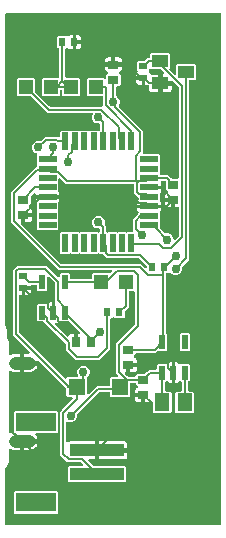
<source format=gbr>
G04 EAGLE Gerber RS-274X export*
G75*
%MOMM*%
%FSLAX34Y34*%
%LPD*%
%INTop Copper*%
%IPPOS*%
%AMOC8*
5,1,8,0,0,1.08239X$1,22.5*%
G01*
%ADD10R,1.200000X1.200000*%
%ADD11R,1.500000X0.550000*%
%ADD12R,0.550000X1.500000*%
%ADD13R,0.600000X0.700000*%
%ADD14R,0.700000X0.600000*%
%ADD15R,0.900000X0.700000*%
%ADD16R,0.550000X1.200000*%
%ADD17R,1.400000X1.400000*%
%ADD18R,0.700000X0.900000*%
%ADD19R,1.300000X1.500000*%
%ADD20R,1.400000X1.000000*%
%ADD21R,4.600000X1.000000*%
%ADD22R,3.400000X1.600000*%
%ADD23C,1.066800*%
%ADD24C,0.756400*%
%ADD25C,0.203200*%

G36*
X-49418Y-320031D02*
X-49418Y-320031D01*
X-49360Y-320033D01*
X-49278Y-320011D01*
X-49194Y-319999D01*
X-49141Y-319976D01*
X-49085Y-319961D01*
X-49012Y-319918D01*
X-48935Y-319883D01*
X-48890Y-319845D01*
X-48840Y-319816D01*
X-48782Y-319754D01*
X-48718Y-319700D01*
X-48686Y-319651D01*
X-48646Y-319608D01*
X-48607Y-319533D01*
X-48560Y-319463D01*
X-48543Y-319407D01*
X-48516Y-319355D01*
X-48505Y-319287D01*
X-48475Y-319192D01*
X-48472Y-319092D01*
X-48461Y-319024D01*
X-48461Y112524D01*
X-48467Y112572D01*
X-48467Y112574D01*
X-48468Y112576D01*
X-48469Y112582D01*
X-48467Y112640D01*
X-48489Y112722D01*
X-48501Y112806D01*
X-48524Y112859D01*
X-48539Y112915D01*
X-48582Y112988D01*
X-48617Y113065D01*
X-48655Y113110D01*
X-48684Y113160D01*
X-48746Y113218D01*
X-48800Y113282D01*
X-48849Y113314D01*
X-48892Y113354D01*
X-48967Y113393D01*
X-49037Y113440D01*
X-49093Y113457D01*
X-49145Y113484D01*
X-49213Y113495D01*
X-49308Y113525D01*
X-49408Y113528D01*
X-49476Y113539D01*
X-230124Y113539D01*
X-230182Y113531D01*
X-230240Y113533D01*
X-230322Y113511D01*
X-230406Y113499D01*
X-230459Y113476D01*
X-230515Y113461D01*
X-230588Y113418D01*
X-230665Y113383D01*
X-230710Y113345D01*
X-230760Y113316D01*
X-230818Y113254D01*
X-230882Y113200D01*
X-230914Y113151D01*
X-230954Y113108D01*
X-230993Y113033D01*
X-231040Y112963D01*
X-231057Y112907D01*
X-231084Y112855D01*
X-231095Y112787D01*
X-231125Y112692D01*
X-231128Y112592D01*
X-231139Y112524D01*
X-231139Y-149670D01*
X-231118Y-149818D01*
X-231114Y-149896D01*
X-230044Y-154581D01*
X-230073Y-154707D01*
X-230073Y-154709D01*
X-230074Y-154711D01*
X-230085Y-154849D01*
X-230097Y-154991D01*
X-230097Y-154993D01*
X-230097Y-154995D01*
X-230092Y-155013D01*
X-230041Y-155269D01*
X-230027Y-155297D01*
X-230021Y-155322D01*
X-229409Y-156799D01*
X-229409Y-162422D01*
X-229405Y-162452D01*
X-229407Y-162483D01*
X-229390Y-162560D01*
X-229369Y-162703D01*
X-229343Y-162762D01*
X-229332Y-162810D01*
X-228189Y-165569D01*
X-228189Y-175139D01*
X-228179Y-175210D01*
X-228179Y-175283D01*
X-228159Y-175350D01*
X-228149Y-175420D01*
X-228120Y-175486D01*
X-228100Y-175556D01*
X-228062Y-175615D01*
X-228033Y-175680D01*
X-227987Y-175735D01*
X-227948Y-175796D01*
X-227895Y-175843D01*
X-227850Y-175897D01*
X-227789Y-175937D01*
X-227735Y-175985D01*
X-227672Y-176015D01*
X-227613Y-176054D01*
X-227544Y-176076D01*
X-227479Y-176107D01*
X-227409Y-176119D01*
X-227342Y-176140D01*
X-227270Y-176142D01*
X-227198Y-176154D01*
X-227128Y-176146D01*
X-227058Y-176147D01*
X-226988Y-176129D01*
X-226916Y-176121D01*
X-226861Y-176096D01*
X-226783Y-176076D01*
X-226679Y-176014D01*
X-226610Y-175983D01*
X-226488Y-175901D01*
X-225055Y-175308D01*
X-223534Y-175005D01*
X-219201Y-175005D01*
X-219201Y-181864D01*
X-219193Y-181922D01*
X-219194Y-181980D01*
X-219173Y-182062D01*
X-219161Y-182145D01*
X-219137Y-182199D01*
X-219123Y-182255D01*
X-219080Y-182328D01*
X-219045Y-182405D01*
X-219007Y-182449D01*
X-218977Y-182500D01*
X-218916Y-182557D01*
X-218861Y-182622D01*
X-218813Y-182654D01*
X-218770Y-182694D01*
X-218695Y-182733D01*
X-218625Y-182779D01*
X-218569Y-182797D01*
X-218517Y-182824D01*
X-218449Y-182835D01*
X-218354Y-182865D01*
X-218254Y-182868D01*
X-218186Y-182879D01*
X-217169Y-182879D01*
X-217169Y-182881D01*
X-218186Y-182881D01*
X-218244Y-182889D01*
X-218302Y-182888D01*
X-218384Y-182909D01*
X-218467Y-182921D01*
X-218521Y-182945D01*
X-218577Y-182959D01*
X-218650Y-183002D01*
X-218727Y-183037D01*
X-218771Y-183075D01*
X-218822Y-183105D01*
X-218879Y-183166D01*
X-218944Y-183221D01*
X-218976Y-183269D01*
X-219016Y-183312D01*
X-219055Y-183387D01*
X-219101Y-183457D01*
X-219119Y-183513D01*
X-219146Y-183565D01*
X-219157Y-183633D01*
X-219187Y-183728D01*
X-219190Y-183828D01*
X-219201Y-183896D01*
X-219201Y-190755D01*
X-223534Y-190755D01*
X-225055Y-190452D01*
X-226488Y-189859D01*
X-226610Y-189777D01*
X-226675Y-189746D01*
X-226735Y-189706D01*
X-226802Y-189684D01*
X-226866Y-189654D01*
X-226937Y-189642D01*
X-227006Y-189620D01*
X-227077Y-189618D01*
X-227146Y-189606D01*
X-227218Y-189614D01*
X-227290Y-189613D01*
X-227359Y-189630D01*
X-227429Y-189638D01*
X-227496Y-189666D01*
X-227565Y-189684D01*
X-227626Y-189720D01*
X-227691Y-189748D01*
X-227748Y-189793D01*
X-227810Y-189830D01*
X-227858Y-189881D01*
X-227913Y-189925D01*
X-227955Y-189984D01*
X-228004Y-190037D01*
X-228036Y-190100D01*
X-228077Y-190157D01*
X-228101Y-190226D01*
X-228134Y-190290D01*
X-228144Y-190349D01*
X-228170Y-190426D01*
X-228177Y-190546D01*
X-228189Y-190621D01*
X-228189Y-241179D01*
X-228179Y-241250D01*
X-228179Y-241323D01*
X-228159Y-241390D01*
X-228149Y-241460D01*
X-228120Y-241526D01*
X-228100Y-241596D01*
X-228062Y-241655D01*
X-228033Y-241720D01*
X-227987Y-241775D01*
X-227948Y-241836D01*
X-227895Y-241883D01*
X-227850Y-241937D01*
X-227789Y-241977D01*
X-227735Y-242025D01*
X-227672Y-242055D01*
X-227613Y-242094D01*
X-227544Y-242116D01*
X-227479Y-242147D01*
X-227409Y-242159D01*
X-227342Y-242180D01*
X-227270Y-242182D01*
X-227198Y-242194D01*
X-227128Y-242186D01*
X-227058Y-242187D01*
X-226988Y-242169D01*
X-226916Y-242161D01*
X-226861Y-242136D01*
X-226783Y-242116D01*
X-226679Y-242054D01*
X-226610Y-242023D01*
X-226488Y-241941D01*
X-225055Y-241348D01*
X-224842Y-241306D01*
X-224746Y-241272D01*
X-224649Y-241247D01*
X-224613Y-241225D01*
X-224574Y-241212D01*
X-224491Y-241153D01*
X-224404Y-241101D01*
X-224376Y-241071D01*
X-224342Y-241047D01*
X-224279Y-240968D01*
X-224210Y-240894D01*
X-224191Y-240857D01*
X-224165Y-240824D01*
X-224126Y-240731D01*
X-224080Y-240641D01*
X-224074Y-240604D01*
X-224056Y-240562D01*
X-224036Y-240378D01*
X-224025Y-240310D01*
X-224025Y-224068D01*
X-223132Y-223175D01*
X-187868Y-223175D01*
X-186975Y-224068D01*
X-186975Y-241332D01*
X-187868Y-242225D01*
X-204690Y-242225D01*
X-204719Y-242229D01*
X-204749Y-242226D01*
X-204860Y-242249D01*
X-204971Y-242265D01*
X-204998Y-242277D01*
X-205028Y-242283D01*
X-205128Y-242335D01*
X-205231Y-242381D01*
X-205253Y-242400D01*
X-205280Y-242414D01*
X-205362Y-242492D01*
X-205448Y-242564D01*
X-205464Y-242589D01*
X-205486Y-242610D01*
X-205543Y-242707D01*
X-205605Y-242801D01*
X-205614Y-242830D01*
X-205629Y-242855D01*
X-205657Y-242965D01*
X-205691Y-243072D01*
X-205692Y-243102D01*
X-205699Y-243131D01*
X-205695Y-243244D01*
X-205698Y-243356D01*
X-205691Y-243385D01*
X-205690Y-243415D01*
X-205655Y-243522D01*
X-205626Y-243631D01*
X-205611Y-243657D01*
X-205602Y-243686D01*
X-205556Y-243750D01*
X-205536Y-243784D01*
X-205521Y-243817D01*
X-204604Y-245190D01*
X-204010Y-246623D01*
X-203957Y-246889D01*
X-216154Y-246889D01*
X-216212Y-246897D01*
X-216270Y-246895D01*
X-216352Y-246917D01*
X-216435Y-246929D01*
X-216489Y-246953D01*
X-216545Y-246967D01*
X-216618Y-247010D01*
X-216695Y-247045D01*
X-216739Y-247083D01*
X-216790Y-247113D01*
X-216847Y-247174D01*
X-216912Y-247229D01*
X-216944Y-247277D01*
X-216984Y-247320D01*
X-217023Y-247395D01*
X-217069Y-247465D01*
X-217087Y-247521D01*
X-217114Y-247573D01*
X-217125Y-247641D01*
X-217155Y-247736D01*
X-217158Y-247836D01*
X-217169Y-247904D01*
X-217169Y-248921D01*
X-218186Y-248921D01*
X-218244Y-248929D01*
X-218302Y-248928D01*
X-218384Y-248949D01*
X-218467Y-248961D01*
X-218521Y-248985D01*
X-218577Y-248999D01*
X-218650Y-249042D01*
X-218727Y-249077D01*
X-218771Y-249115D01*
X-218822Y-249145D01*
X-218879Y-249206D01*
X-218944Y-249261D01*
X-218976Y-249309D01*
X-219016Y-249352D01*
X-219055Y-249427D01*
X-219101Y-249497D01*
X-219119Y-249553D01*
X-219146Y-249605D01*
X-219157Y-249673D01*
X-219187Y-249768D01*
X-219190Y-249868D01*
X-219201Y-249936D01*
X-219201Y-256795D01*
X-223534Y-256795D01*
X-225055Y-256492D01*
X-226488Y-255899D01*
X-226610Y-255817D01*
X-226675Y-255786D01*
X-226735Y-255746D01*
X-226802Y-255724D01*
X-226866Y-255694D01*
X-226937Y-255682D01*
X-227006Y-255660D01*
X-227077Y-255658D01*
X-227146Y-255646D01*
X-227218Y-255654D01*
X-227290Y-255653D01*
X-227359Y-255670D01*
X-227429Y-255678D01*
X-227496Y-255706D01*
X-227565Y-255724D01*
X-227626Y-255760D01*
X-227691Y-255788D01*
X-227748Y-255833D01*
X-227810Y-255870D01*
X-227858Y-255921D01*
X-227913Y-255965D01*
X-227955Y-256024D01*
X-228004Y-256077D01*
X-228036Y-256140D01*
X-228077Y-256197D01*
X-228101Y-256266D01*
X-228134Y-256330D01*
X-228144Y-256389D01*
X-228170Y-256466D01*
X-228177Y-256586D01*
X-228189Y-256661D01*
X-228189Y-266231D01*
X-229774Y-270057D01*
X-230842Y-271125D01*
X-230894Y-271195D01*
X-230954Y-271259D01*
X-230980Y-271308D01*
X-231013Y-271352D01*
X-231044Y-271434D01*
X-231084Y-271512D01*
X-231092Y-271559D01*
X-231114Y-271618D01*
X-231126Y-271765D01*
X-231139Y-271843D01*
X-231139Y-319024D01*
X-231131Y-319082D01*
X-231133Y-319140D01*
X-231111Y-319222D01*
X-231099Y-319306D01*
X-231076Y-319359D01*
X-231061Y-319415D01*
X-231018Y-319488D01*
X-230983Y-319565D01*
X-230945Y-319610D01*
X-230916Y-319660D01*
X-230854Y-319718D01*
X-230800Y-319782D01*
X-230751Y-319814D01*
X-230708Y-319854D01*
X-230633Y-319893D01*
X-230563Y-319940D01*
X-230507Y-319957D01*
X-230455Y-319984D01*
X-230387Y-319995D01*
X-230292Y-320025D01*
X-230192Y-320028D01*
X-230124Y-320039D01*
X-49476Y-320039D01*
X-49418Y-320031D01*
G37*
%LPC*%
G36*
X-177132Y-283225D02*
X-177132Y-283225D01*
X-178025Y-282332D01*
X-178025Y-271068D01*
X-177132Y-270175D01*
X-166069Y-270175D01*
X-166040Y-270171D01*
X-166011Y-270174D01*
X-165900Y-270151D01*
X-165787Y-270135D01*
X-165761Y-270123D01*
X-165732Y-270118D01*
X-165631Y-270065D01*
X-165528Y-270019D01*
X-165506Y-270000D01*
X-165480Y-269987D01*
X-165397Y-269909D01*
X-165311Y-269836D01*
X-165295Y-269811D01*
X-165273Y-269791D01*
X-165216Y-269693D01*
X-165153Y-269599D01*
X-165145Y-269571D01*
X-165130Y-269546D01*
X-165102Y-269436D01*
X-165068Y-269328D01*
X-165067Y-269298D01*
X-165060Y-269270D01*
X-165063Y-269157D01*
X-165060Y-269044D01*
X-165068Y-269015D01*
X-165069Y-268986D01*
X-165104Y-268878D01*
X-165132Y-268769D01*
X-165147Y-268743D01*
X-165156Y-268715D01*
X-165202Y-268651D01*
X-165277Y-268524D01*
X-165323Y-268481D01*
X-165351Y-268442D01*
X-166715Y-267078D01*
X-166785Y-267026D01*
X-166849Y-266966D01*
X-166898Y-266940D01*
X-166942Y-266907D01*
X-167024Y-266876D01*
X-167102Y-266836D01*
X-167149Y-266828D01*
X-167208Y-266806D01*
X-167356Y-266794D01*
X-167433Y-266781D01*
X-178605Y-266781D01*
X-184885Y-260501D01*
X-184885Y-223913D01*
X-183099Y-222127D01*
X-174430Y-213458D01*
X-174412Y-213434D01*
X-174390Y-213415D01*
X-174327Y-213321D01*
X-174259Y-213231D01*
X-174248Y-213203D01*
X-174232Y-213179D01*
X-174198Y-213071D01*
X-174158Y-212965D01*
X-174155Y-212936D01*
X-174146Y-212908D01*
X-174143Y-212794D01*
X-174134Y-212682D01*
X-174140Y-212653D01*
X-174139Y-212624D01*
X-174168Y-212514D01*
X-174190Y-212403D01*
X-174203Y-212377D01*
X-174211Y-212349D01*
X-174269Y-212251D01*
X-174321Y-212151D01*
X-174341Y-212129D01*
X-174356Y-212104D01*
X-174439Y-212027D01*
X-174517Y-211945D01*
X-174542Y-211930D01*
X-174563Y-211910D01*
X-174664Y-211858D01*
X-174762Y-211801D01*
X-174790Y-211794D01*
X-174817Y-211780D01*
X-174894Y-211767D01*
X-175037Y-211731D01*
X-175100Y-211733D01*
X-175148Y-211725D01*
X-178532Y-211725D01*
X-179425Y-210832D01*
X-179425Y-205081D01*
X-179437Y-204994D01*
X-179440Y-204907D01*
X-179457Y-204854D01*
X-179465Y-204799D01*
X-179500Y-204720D01*
X-179527Y-204636D01*
X-179555Y-204597D01*
X-179581Y-204540D01*
X-179677Y-204427D01*
X-179722Y-204363D01*
X-202939Y-181146D01*
X-203009Y-181094D01*
X-203073Y-181034D01*
X-203122Y-181008D01*
X-203166Y-180975D01*
X-203248Y-180944D01*
X-203326Y-180904D01*
X-203373Y-180896D01*
X-203432Y-180874D01*
X-203580Y-180862D01*
X-203657Y-180849D01*
X-215139Y-180849D01*
X-215139Y-175005D01*
X-211531Y-175005D01*
X-211502Y-175001D01*
X-211473Y-175004D01*
X-211362Y-174981D01*
X-211249Y-174965D01*
X-211223Y-174953D01*
X-211194Y-174948D01*
X-211093Y-174895D01*
X-210990Y-174849D01*
X-210968Y-174830D01*
X-210942Y-174817D01*
X-210860Y-174739D01*
X-210773Y-174666D01*
X-210757Y-174641D01*
X-210735Y-174621D01*
X-210678Y-174523D01*
X-210615Y-174429D01*
X-210607Y-174401D01*
X-210592Y-174376D01*
X-210564Y-174266D01*
X-210530Y-174158D01*
X-210529Y-174128D01*
X-210522Y-174100D01*
X-210525Y-173987D01*
X-210522Y-173874D01*
X-210530Y-173845D01*
X-210531Y-173816D01*
X-210566Y-173708D01*
X-210594Y-173599D01*
X-210609Y-173573D01*
X-210618Y-173545D01*
X-210664Y-173482D01*
X-210739Y-173354D01*
X-210785Y-173311D01*
X-210813Y-173272D01*
X-223005Y-161080D01*
X-224791Y-159294D01*
X-224791Y-103850D01*
X-221524Y-100583D01*
X-196306Y-100583D01*
X-187008Y-109881D01*
X-186984Y-109899D01*
X-186965Y-109921D01*
X-186871Y-109984D01*
X-186781Y-110052D01*
X-186753Y-110062D01*
X-186729Y-110079D01*
X-186621Y-110113D01*
X-186515Y-110153D01*
X-186486Y-110156D01*
X-186458Y-110164D01*
X-186344Y-110167D01*
X-186232Y-110177D01*
X-186203Y-110171D01*
X-186174Y-110172D01*
X-186064Y-110143D01*
X-185953Y-110121D01*
X-185927Y-110107D01*
X-185899Y-110100D01*
X-185801Y-110042D01*
X-185701Y-109990D01*
X-185679Y-109970D01*
X-185654Y-109955D01*
X-185577Y-109872D01*
X-185495Y-109794D01*
X-185480Y-109769D01*
X-185460Y-109747D01*
X-185408Y-109646D01*
X-185351Y-109549D01*
X-185344Y-109520D01*
X-185330Y-109494D01*
X-185317Y-109417D01*
X-185281Y-109273D01*
X-185283Y-109211D01*
X-185275Y-109163D01*
X-185275Y-107367D01*
X-184382Y-106474D01*
X-177618Y-106474D01*
X-176725Y-107367D01*
X-176725Y-110443D01*
X-176717Y-110501D01*
X-176719Y-110559D01*
X-176697Y-110641D01*
X-176685Y-110725D01*
X-176662Y-110778D01*
X-176647Y-110834D01*
X-176604Y-110907D01*
X-176569Y-110984D01*
X-176531Y-111029D01*
X-176502Y-111079D01*
X-176440Y-111137D01*
X-176386Y-111201D01*
X-176337Y-111233D01*
X-176294Y-111273D01*
X-176219Y-111312D01*
X-176149Y-111359D01*
X-176093Y-111376D01*
X-176041Y-111403D01*
X-175973Y-111414D01*
X-175878Y-111444D01*
X-175778Y-111447D01*
X-175710Y-111458D01*
X-158740Y-111458D01*
X-158682Y-111450D01*
X-158624Y-111452D01*
X-158542Y-111430D01*
X-158458Y-111418D01*
X-158405Y-111395D01*
X-158349Y-111380D01*
X-158276Y-111337D01*
X-158199Y-111302D01*
X-158154Y-111264D01*
X-158104Y-111235D01*
X-158046Y-111173D01*
X-157982Y-111119D01*
X-157950Y-111070D01*
X-157910Y-111027D01*
X-157871Y-110952D01*
X-157824Y-110882D01*
X-157807Y-110826D01*
X-157780Y-110774D01*
X-157769Y-110706D01*
X-157739Y-110611D01*
X-157736Y-110511D01*
X-157725Y-110443D01*
X-157725Y-107668D01*
X-156832Y-106775D01*
X-143529Y-106775D01*
X-143529Y-106776D01*
X-143461Y-106826D01*
X-143407Y-106847D01*
X-143356Y-106877D01*
X-143274Y-106897D01*
X-143196Y-106927D01*
X-143137Y-106932D01*
X-143081Y-106947D01*
X-142996Y-106944D01*
X-142912Y-106951D01*
X-142855Y-106940D01*
X-142796Y-106938D01*
X-142716Y-106912D01*
X-142633Y-106895D01*
X-142581Y-106868D01*
X-142526Y-106850D01*
X-142470Y-106810D01*
X-142381Y-106764D01*
X-142309Y-106695D01*
X-142253Y-106655D01*
X-141217Y-105620D01*
X-141199Y-105596D01*
X-141177Y-105577D01*
X-141114Y-105483D01*
X-141046Y-105393D01*
X-141036Y-105365D01*
X-141019Y-105341D01*
X-140985Y-105233D01*
X-140945Y-105127D01*
X-140942Y-105098D01*
X-140934Y-105070D01*
X-140931Y-104956D01*
X-140921Y-104844D01*
X-140927Y-104815D01*
X-140926Y-104786D01*
X-140955Y-104676D01*
X-140977Y-104565D01*
X-140991Y-104539D01*
X-140998Y-104511D01*
X-141056Y-104413D01*
X-141108Y-104313D01*
X-141128Y-104291D01*
X-141143Y-104266D01*
X-141226Y-104189D01*
X-141304Y-104107D01*
X-141329Y-104092D01*
X-141351Y-104072D01*
X-141452Y-104020D01*
X-141549Y-103963D01*
X-141578Y-103956D01*
X-141604Y-103942D01*
X-141681Y-103929D01*
X-141825Y-103893D01*
X-141887Y-103895D01*
X-141935Y-103887D01*
X-185964Y-103887D01*
X-187750Y-102101D01*
X-226569Y-63282D01*
X-226569Y-38064D01*
X-205522Y-17017D01*
X-205440Y-17017D01*
X-205382Y-17009D01*
X-205324Y-17011D01*
X-205242Y-16989D01*
X-205158Y-16977D01*
X-205105Y-16954D01*
X-205049Y-16939D01*
X-204976Y-16896D01*
X-204899Y-16861D01*
X-204854Y-16823D01*
X-204804Y-16794D01*
X-204746Y-16732D01*
X-204682Y-16678D01*
X-204650Y-16629D01*
X-204610Y-16586D01*
X-204571Y-16511D01*
X-204524Y-16441D01*
X-204507Y-16385D01*
X-204480Y-16333D01*
X-204469Y-16265D01*
X-204439Y-16170D01*
X-204436Y-16070D01*
X-204425Y-16002D01*
X-204425Y-14693D01*
X-204404Y-14658D01*
X-204353Y-14591D01*
X-204332Y-14536D01*
X-204303Y-14486D01*
X-204282Y-14404D01*
X-204252Y-14325D01*
X-204247Y-14267D01*
X-204233Y-14210D01*
X-204235Y-14126D01*
X-204229Y-14042D01*
X-204240Y-13984D01*
X-204242Y-13926D01*
X-204268Y-13846D01*
X-204284Y-13763D01*
X-204311Y-13711D01*
X-204329Y-13655D01*
X-204369Y-13599D01*
X-204415Y-13511D01*
X-204425Y-13501D01*
X-204425Y-6710D01*
X-204382Y-6653D01*
X-204308Y-6565D01*
X-204297Y-6540D01*
X-204280Y-6518D01*
X-204240Y-6411D01*
X-204193Y-6306D01*
X-204189Y-6278D01*
X-204179Y-6252D01*
X-204170Y-6138D01*
X-204154Y-6024D01*
X-204158Y-5997D01*
X-204156Y-5969D01*
X-204178Y-5856D01*
X-204195Y-5743D01*
X-204206Y-5717D01*
X-204212Y-5690D01*
X-204264Y-5588D01*
X-204312Y-5484D01*
X-204330Y-5463D01*
X-204343Y-5438D01*
X-204422Y-5355D01*
X-204496Y-5267D01*
X-204517Y-5254D01*
X-204538Y-5232D01*
X-204768Y-5097D01*
X-204781Y-5089D01*
X-206206Y-4499D01*
X-207699Y-3006D01*
X-208507Y-1056D01*
X-208507Y1056D01*
X-207699Y3006D01*
X-206206Y4499D01*
X-204256Y5307D01*
X-202047Y5307D01*
X-202031Y5303D01*
X-202029Y5303D01*
X-202027Y5302D01*
X-201888Y5307D01*
X-201747Y5311D01*
X-201745Y5311D01*
X-201743Y5311D01*
X-201611Y5354D01*
X-201476Y5397D01*
X-201474Y5398D01*
X-201473Y5399D01*
X-201460Y5408D01*
X-201240Y5555D01*
X-201220Y5579D01*
X-201199Y5594D01*
X-197930Y8863D01*
X-186829Y8863D01*
X-186408Y8442D01*
X-186384Y8424D01*
X-186365Y8402D01*
X-186271Y8339D01*
X-186181Y8271D01*
X-186153Y8260D01*
X-186129Y8244D01*
X-186021Y8210D01*
X-185915Y8170D01*
X-185886Y8167D01*
X-185858Y8158D01*
X-185744Y8155D01*
X-185632Y8146D01*
X-185603Y8152D01*
X-185574Y8151D01*
X-185464Y8180D01*
X-185353Y8202D01*
X-185327Y8215D01*
X-185299Y8223D01*
X-185201Y8281D01*
X-185101Y8333D01*
X-185079Y8353D01*
X-185054Y8368D01*
X-184977Y8451D01*
X-184895Y8529D01*
X-184880Y8554D01*
X-184860Y8575D01*
X-184808Y8676D01*
X-184751Y8774D01*
X-184744Y8802D01*
X-184730Y8829D01*
X-184717Y8906D01*
X-184681Y9049D01*
X-184683Y9112D01*
X-184675Y9160D01*
X-184675Y13032D01*
X-183782Y13925D01*
X-176993Y13925D01*
X-176958Y13904D01*
X-176891Y13853D01*
X-176836Y13832D01*
X-176786Y13803D01*
X-176704Y13782D01*
X-176625Y13752D01*
X-176567Y13747D01*
X-176510Y13733D01*
X-176426Y13735D01*
X-176342Y13729D01*
X-176284Y13740D01*
X-176226Y13742D01*
X-176146Y13768D01*
X-176063Y13784D01*
X-176011Y13811D01*
X-175955Y13829D01*
X-175899Y13869D01*
X-175811Y13915D01*
X-175801Y13925D01*
X-168993Y13925D01*
X-168958Y13904D01*
X-168891Y13853D01*
X-168836Y13832D01*
X-168786Y13803D01*
X-168704Y13782D01*
X-168625Y13752D01*
X-168567Y13747D01*
X-168510Y13733D01*
X-168426Y13735D01*
X-168342Y13729D01*
X-168284Y13740D01*
X-168226Y13742D01*
X-168146Y13768D01*
X-168063Y13784D01*
X-168011Y13811D01*
X-167955Y13829D01*
X-167899Y13869D01*
X-167811Y13915D01*
X-167801Y13925D01*
X-160993Y13925D01*
X-160958Y13904D01*
X-160891Y13853D01*
X-160836Y13832D01*
X-160786Y13803D01*
X-160704Y13782D01*
X-160625Y13752D01*
X-160567Y13747D01*
X-160510Y13733D01*
X-160426Y13735D01*
X-160342Y13729D01*
X-160284Y13740D01*
X-160226Y13742D01*
X-160146Y13768D01*
X-160063Y13784D01*
X-160011Y13811D01*
X-159955Y13829D01*
X-159899Y13869D01*
X-159811Y13915D01*
X-159801Y13925D01*
X-152993Y13925D01*
X-152958Y13904D01*
X-152891Y13853D01*
X-152836Y13832D01*
X-152786Y13803D01*
X-152704Y13782D01*
X-152625Y13752D01*
X-152567Y13747D01*
X-152510Y13733D01*
X-152426Y13735D01*
X-152342Y13729D01*
X-152284Y13740D01*
X-152226Y13742D01*
X-152146Y13768D01*
X-152063Y13784D01*
X-152011Y13811D01*
X-151955Y13829D01*
X-151899Y13869D01*
X-151811Y13915D01*
X-151776Y13948D01*
X-151758Y13953D01*
X-151674Y13965D01*
X-151621Y13988D01*
X-151565Y14003D01*
X-151492Y14046D01*
X-151415Y14081D01*
X-151370Y14119D01*
X-151320Y14148D01*
X-151262Y14210D01*
X-151198Y14264D01*
X-151166Y14313D01*
X-151126Y14356D01*
X-151087Y14431D01*
X-151040Y14501D01*
X-151023Y14557D01*
X-150996Y14609D01*
X-150985Y14677D01*
X-150955Y14772D01*
X-150952Y14872D01*
X-150941Y14940D01*
X-150941Y19078D01*
X-150948Y19132D01*
X-150947Y19171D01*
X-150948Y19173D01*
X-150947Y19194D01*
X-150969Y19276D01*
X-150981Y19360D01*
X-151004Y19413D01*
X-151019Y19469D01*
X-151062Y19542D01*
X-151097Y19619D01*
X-151135Y19664D01*
X-151164Y19714D01*
X-151226Y19772D01*
X-151280Y19836D01*
X-151329Y19868D01*
X-151372Y19908D01*
X-151447Y19947D01*
X-151517Y19994D01*
X-151573Y20011D01*
X-151625Y20038D01*
X-151693Y20049D01*
X-151788Y20079D01*
X-151888Y20082D01*
X-151956Y20093D01*
X-153456Y20093D01*
X-155406Y20901D01*
X-156899Y22394D01*
X-157707Y24344D01*
X-157707Y26456D01*
X-157159Y27777D01*
X-157131Y27889D01*
X-157096Y27998D01*
X-157095Y28026D01*
X-157088Y28053D01*
X-157092Y28167D01*
X-157089Y28282D01*
X-157096Y28309D01*
X-157096Y28337D01*
X-157131Y28446D01*
X-157160Y28557D01*
X-157175Y28581D01*
X-157183Y28608D01*
X-157247Y28703D01*
X-157306Y28802D01*
X-157326Y28821D01*
X-157341Y28844D01*
X-157429Y28918D01*
X-157513Y28996D01*
X-157538Y29009D01*
X-157559Y29027D01*
X-157664Y29073D01*
X-157766Y29126D01*
X-157791Y29130D01*
X-157819Y29142D01*
X-158082Y29179D01*
X-158097Y29181D01*
X-195674Y29181D01*
X-209471Y42978D01*
X-209541Y43030D01*
X-209605Y43090D01*
X-209654Y43116D01*
X-209698Y43149D01*
X-209780Y43180D01*
X-209858Y43220D01*
X-209905Y43228D01*
X-209964Y43250D01*
X-210112Y43262D01*
X-210189Y43275D01*
X-220332Y43275D01*
X-221225Y44168D01*
X-221225Y57432D01*
X-220332Y58325D01*
X-207068Y58325D01*
X-206175Y57432D01*
X-206175Y47289D01*
X-206163Y47202D01*
X-206160Y47115D01*
X-206143Y47062D01*
X-206135Y47007D01*
X-206100Y46928D01*
X-206073Y46844D01*
X-206045Y46805D01*
X-206019Y46748D01*
X-205923Y46635D01*
X-205878Y46571D01*
X-193867Y34560D01*
X-193797Y34508D01*
X-193733Y34448D01*
X-193684Y34422D01*
X-193640Y34389D01*
X-193558Y34358D01*
X-193480Y34318D01*
X-193433Y34310D01*
X-193374Y34288D01*
X-193226Y34276D01*
X-193149Y34263D01*
X-149578Y34263D01*
X-149520Y34271D01*
X-149462Y34269D01*
X-149380Y34291D01*
X-149296Y34303D01*
X-149243Y34326D01*
X-149187Y34341D01*
X-149114Y34384D01*
X-149037Y34419D01*
X-148992Y34457D01*
X-148942Y34486D01*
X-148884Y34548D01*
X-148820Y34602D01*
X-148788Y34651D01*
X-148748Y34694D01*
X-148709Y34769D01*
X-148662Y34839D01*
X-148645Y34895D01*
X-148618Y34947D01*
X-148607Y35015D01*
X-148577Y35110D01*
X-148574Y35210D01*
X-148563Y35278D01*
X-148563Y42260D01*
X-148571Y42318D01*
X-148569Y42376D01*
X-148591Y42458D01*
X-148603Y42542D01*
X-148626Y42595D01*
X-148641Y42651D01*
X-148684Y42724D01*
X-148719Y42801D01*
X-148757Y42846D01*
X-148786Y42896D01*
X-148848Y42954D01*
X-148902Y43018D01*
X-148951Y43050D01*
X-148994Y43090D01*
X-149069Y43129D01*
X-149139Y43176D01*
X-149195Y43193D01*
X-149247Y43220D01*
X-149315Y43231D01*
X-149410Y43261D01*
X-149510Y43264D01*
X-149578Y43275D01*
X-161232Y43275D01*
X-162125Y44168D01*
X-162125Y57432D01*
X-161232Y58325D01*
X-147968Y58325D01*
X-147458Y57814D01*
X-147434Y57797D01*
X-147415Y57774D01*
X-147321Y57711D01*
X-147231Y57643D01*
X-147203Y57633D01*
X-147179Y57617D01*
X-147071Y57582D01*
X-146965Y57542D01*
X-146936Y57540D01*
X-146908Y57531D01*
X-146794Y57528D01*
X-146682Y57518D01*
X-146653Y57524D01*
X-146624Y57523D01*
X-146514Y57552D01*
X-146403Y57574D01*
X-146377Y57588D01*
X-146349Y57595D01*
X-146251Y57653D01*
X-146151Y57705D01*
X-146129Y57726D01*
X-146104Y57741D01*
X-146027Y57823D01*
X-145945Y57901D01*
X-145930Y57926D01*
X-145910Y57948D01*
X-145858Y58049D01*
X-145801Y58146D01*
X-145794Y58175D01*
X-145780Y58201D01*
X-145767Y58278D01*
X-145731Y58422D01*
X-145733Y58484D01*
X-145725Y58532D01*
X-145725Y61132D01*
X-144800Y62057D01*
X-144745Y62065D01*
X-144736Y62069D01*
X-144726Y62070D01*
X-144607Y62126D01*
X-144485Y62181D01*
X-144478Y62187D01*
X-144469Y62191D01*
X-144370Y62279D01*
X-144268Y62364D01*
X-144263Y62373D01*
X-144256Y62379D01*
X-144184Y62491D01*
X-144111Y62601D01*
X-144108Y62611D01*
X-144103Y62619D01*
X-144065Y62745D01*
X-144025Y62872D01*
X-144025Y62882D01*
X-144022Y62891D01*
X-144021Y63024D01*
X-144018Y63156D01*
X-144020Y63166D01*
X-144020Y63176D01*
X-144056Y63304D01*
X-144090Y63431D01*
X-144094Y63440D01*
X-144097Y63449D01*
X-144167Y63562D01*
X-144235Y63676D01*
X-144242Y63683D01*
X-144247Y63691D01*
X-144345Y63779D01*
X-144442Y63870D01*
X-144451Y63875D01*
X-144458Y63881D01*
X-144510Y63905D01*
X-144695Y64000D01*
X-144731Y64006D01*
X-144764Y64021D01*
X-145181Y64132D01*
X-145760Y64467D01*
X-146233Y64940D01*
X-146568Y65519D01*
X-146741Y66166D01*
X-146741Y68251D01*
X-140434Y68251D01*
X-140376Y68259D01*
X-140318Y68257D01*
X-140236Y68279D01*
X-140153Y68291D01*
X-140099Y68314D01*
X-140043Y68329D01*
X-139970Y68372D01*
X-139893Y68407D01*
X-139849Y68445D01*
X-139798Y68474D01*
X-139741Y68536D01*
X-139697Y68573D01*
X-139696Y68572D01*
X-139641Y68508D01*
X-139593Y68476D01*
X-139550Y68436D01*
X-139475Y68397D01*
X-139405Y68350D01*
X-139349Y68333D01*
X-139297Y68306D01*
X-139229Y68295D01*
X-139134Y68265D01*
X-139034Y68262D01*
X-138966Y68251D01*
X-132659Y68251D01*
X-132659Y66166D01*
X-132832Y65519D01*
X-133167Y64940D01*
X-133640Y64467D01*
X-134219Y64132D01*
X-134636Y64021D01*
X-134646Y64017D01*
X-134655Y64015D01*
X-134776Y63961D01*
X-134898Y63909D01*
X-134906Y63903D01*
X-134915Y63899D01*
X-135015Y63814D01*
X-135119Y63730D01*
X-135124Y63722D01*
X-135132Y63715D01*
X-135205Y63605D01*
X-135281Y63496D01*
X-135284Y63487D01*
X-135289Y63479D01*
X-135329Y63352D01*
X-135372Y63227D01*
X-135372Y63217D01*
X-135375Y63208D01*
X-135378Y63075D01*
X-135384Y62943D01*
X-135382Y62933D01*
X-135382Y62924D01*
X-135349Y62796D01*
X-135318Y62667D01*
X-135313Y62658D01*
X-135310Y62649D01*
X-135243Y62535D01*
X-135177Y62419D01*
X-135170Y62413D01*
X-135165Y62404D01*
X-135069Y62314D01*
X-134974Y62221D01*
X-134965Y62216D01*
X-134958Y62210D01*
X-134840Y62149D01*
X-134723Y62087D01*
X-134714Y62085D01*
X-134705Y62080D01*
X-134649Y62071D01*
X-134605Y62062D01*
X-133675Y61132D01*
X-133675Y52868D01*
X-134568Y51975D01*
X-136144Y51975D01*
X-136202Y51967D01*
X-136260Y51969D01*
X-136342Y51947D01*
X-136426Y51935D01*
X-136479Y51912D01*
X-136535Y51897D01*
X-136608Y51854D01*
X-136685Y51819D01*
X-136730Y51781D01*
X-136780Y51752D01*
X-136838Y51690D01*
X-136902Y51636D01*
X-136934Y51587D01*
X-136974Y51544D01*
X-137013Y51469D01*
X-137060Y51399D01*
X-137077Y51343D01*
X-137104Y51291D01*
X-137115Y51223D01*
X-137145Y51128D01*
X-137148Y51028D01*
X-137159Y50960D01*
X-137159Y43470D01*
X-137159Y43468D01*
X-137159Y43467D01*
X-137139Y43326D01*
X-137119Y43188D01*
X-137119Y43187D01*
X-137119Y43185D01*
X-137058Y43052D01*
X-137003Y42929D01*
X-137002Y42928D01*
X-137001Y42926D01*
X-136911Y42820D01*
X-136820Y42712D01*
X-136818Y42711D01*
X-136817Y42710D01*
X-136805Y42702D01*
X-136782Y42687D01*
X-135201Y41106D01*
X-134393Y39156D01*
X-134393Y37044D01*
X-135237Y35009D01*
X-135255Y34984D01*
X-135276Y34929D01*
X-135305Y34879D01*
X-135326Y34797D01*
X-135356Y34719D01*
X-135361Y34660D01*
X-135375Y34603D01*
X-135373Y34519D01*
X-135380Y34436D01*
X-135368Y34378D01*
X-135366Y34319D01*
X-135341Y34239D01*
X-135324Y34157D01*
X-135297Y34105D01*
X-135279Y34049D01*
X-135239Y33993D01*
X-135193Y33904D01*
X-135124Y33832D01*
X-135084Y33775D01*
X-114807Y13498D01*
X-114807Y-4810D01*
X-114799Y-4868D01*
X-114801Y-4926D01*
X-114779Y-5008D01*
X-114767Y-5092D01*
X-114744Y-5145D01*
X-114729Y-5201D01*
X-114686Y-5274D01*
X-114651Y-5351D01*
X-114613Y-5396D01*
X-114584Y-5446D01*
X-114522Y-5504D01*
X-114468Y-5568D01*
X-114419Y-5600D01*
X-114376Y-5640D01*
X-114301Y-5679D01*
X-114231Y-5726D01*
X-114175Y-5743D01*
X-114123Y-5770D01*
X-114055Y-5781D01*
X-113960Y-5811D01*
X-113860Y-5814D01*
X-113792Y-5825D01*
X-101268Y-5825D01*
X-100375Y-6718D01*
X-100375Y-13507D01*
X-100396Y-13542D01*
X-100447Y-13609D01*
X-100468Y-13664D01*
X-100497Y-13714D01*
X-100518Y-13796D01*
X-100548Y-13875D01*
X-100553Y-13933D01*
X-100567Y-13990D01*
X-100565Y-14074D01*
X-100571Y-14158D01*
X-100560Y-14216D01*
X-100558Y-14274D01*
X-100532Y-14354D01*
X-100516Y-14437D01*
X-100489Y-14489D01*
X-100471Y-14545D01*
X-100431Y-14601D01*
X-100385Y-14689D01*
X-100375Y-14699D01*
X-100375Y-21507D01*
X-100396Y-21542D01*
X-100447Y-21609D01*
X-100468Y-21664D01*
X-100497Y-21714D01*
X-100518Y-21796D01*
X-100548Y-21875D01*
X-100553Y-21933D01*
X-100567Y-21990D01*
X-100565Y-22074D01*
X-100571Y-22158D01*
X-100560Y-22216D01*
X-100558Y-22274D01*
X-100532Y-22354D01*
X-100516Y-22437D01*
X-100489Y-22489D01*
X-100471Y-22545D01*
X-100431Y-22601D01*
X-100385Y-22689D01*
X-100352Y-22724D01*
X-100347Y-22742D01*
X-100335Y-22826D01*
X-100312Y-22879D01*
X-100297Y-22935D01*
X-100254Y-23008D01*
X-100219Y-23085D01*
X-100181Y-23130D01*
X-100152Y-23180D01*
X-100090Y-23238D01*
X-100036Y-23302D01*
X-99987Y-23334D01*
X-99944Y-23374D01*
X-99869Y-23413D01*
X-99799Y-23460D01*
X-99743Y-23477D01*
X-99691Y-23504D01*
X-99623Y-23515D01*
X-99528Y-23545D01*
X-99428Y-23548D01*
X-99360Y-23559D01*
X-93348Y-23559D01*
X-91562Y-25345D01*
X-90629Y-26278D01*
X-90559Y-26330D01*
X-90495Y-26390D01*
X-90446Y-26416D01*
X-90402Y-26449D01*
X-90320Y-26480D01*
X-90242Y-26520D01*
X-90195Y-26528D01*
X-90136Y-26550D01*
X-89988Y-26562D01*
X-89911Y-26575D01*
X-85344Y-26575D01*
X-85286Y-26567D01*
X-85228Y-26569D01*
X-85146Y-26547D01*
X-85062Y-26535D01*
X-85009Y-26512D01*
X-84953Y-26497D01*
X-84880Y-26454D01*
X-84803Y-26419D01*
X-84758Y-26381D01*
X-84708Y-26352D01*
X-84650Y-26290D01*
X-84586Y-26236D01*
X-84554Y-26187D01*
X-84514Y-26144D01*
X-84475Y-26069D01*
X-84428Y-25999D01*
X-84411Y-25943D01*
X-84384Y-25891D01*
X-84373Y-25823D01*
X-84343Y-25728D01*
X-84340Y-25628D01*
X-84329Y-25560D01*
X-84329Y50089D01*
X-84341Y50176D01*
X-84344Y50263D01*
X-84361Y50316D01*
X-84369Y50371D01*
X-84404Y50450D01*
X-84431Y50534D01*
X-84459Y50573D01*
X-84485Y50630D01*
X-84581Y50743D01*
X-84626Y50807D01*
X-89553Y55734D01*
X-89623Y55786D01*
X-89687Y55846D01*
X-89736Y55871D01*
X-89780Y55905D01*
X-89862Y55936D01*
X-89940Y55976D01*
X-89987Y55984D01*
X-90046Y56006D01*
X-90193Y56018D01*
X-90271Y56031D01*
X-97869Y56031D01*
X-97869Y61541D01*
X-97811Y61541D01*
X-97782Y61545D01*
X-97753Y61542D01*
X-97642Y61565D01*
X-97529Y61581D01*
X-97503Y61593D01*
X-97474Y61598D01*
X-97373Y61650D01*
X-97270Y61697D01*
X-97248Y61716D01*
X-97222Y61729D01*
X-97139Y61807D01*
X-97053Y61880D01*
X-97037Y61905D01*
X-97015Y61925D01*
X-96958Y62023D01*
X-96895Y62117D01*
X-96887Y62145D01*
X-96872Y62170D01*
X-96844Y62280D01*
X-96810Y62388D01*
X-96809Y62418D01*
X-96802Y62446D01*
X-96805Y62559D01*
X-96802Y62672D01*
X-96810Y62701D01*
X-96811Y62730D01*
X-96846Y62838D01*
X-96874Y62947D01*
X-96889Y62973D01*
X-96898Y63001D01*
X-96944Y63064D01*
X-97019Y63192D01*
X-97065Y63235D01*
X-97093Y63274D01*
X-99997Y66178D01*
X-100067Y66230D01*
X-100131Y66290D01*
X-100180Y66316D01*
X-100224Y66349D01*
X-100306Y66380D01*
X-100384Y66420D01*
X-100431Y66428D01*
X-100490Y66450D01*
X-100638Y66462D01*
X-100715Y66475D01*
X-107532Y66475D01*
X-107542Y66486D01*
X-107566Y66503D01*
X-107585Y66526D01*
X-107636Y66560D01*
X-107664Y66586D01*
X-107700Y66605D01*
X-107769Y66657D01*
X-107797Y66667D01*
X-107821Y66683D01*
X-107908Y66711D01*
X-107917Y66716D01*
X-107929Y66718D01*
X-108035Y66758D01*
X-108064Y66760D01*
X-108092Y66769D01*
X-108205Y66772D01*
X-108318Y66782D01*
X-108347Y66776D01*
X-108376Y66777D01*
X-108486Y66748D01*
X-108597Y66726D01*
X-108623Y66712D01*
X-108651Y66705D01*
X-108749Y66647D01*
X-108849Y66595D01*
X-108871Y66574D01*
X-108896Y66559D01*
X-108973Y66477D01*
X-109055Y66399D01*
X-109070Y66374D01*
X-109090Y66352D01*
X-109142Y66251D01*
X-109172Y66200D01*
X-109176Y66195D01*
X-109176Y66193D01*
X-109199Y66154D01*
X-109206Y66125D01*
X-109220Y66099D01*
X-109233Y66022D01*
X-109243Y65982D01*
X-109261Y65924D01*
X-109262Y65908D01*
X-109269Y65878D01*
X-109267Y65816D01*
X-109275Y65768D01*
X-109275Y64858D01*
X-109285Y64849D01*
X-109328Y64776D01*
X-109378Y64709D01*
X-109399Y64655D01*
X-109429Y64604D01*
X-109449Y64522D01*
X-109480Y64443D01*
X-109484Y64385D01*
X-109499Y64328D01*
X-109496Y64244D01*
X-109503Y64160D01*
X-109492Y64103D01*
X-109490Y64044D01*
X-109464Y63964D01*
X-109447Y63881D01*
X-109420Y63830D01*
X-109402Y63774D01*
X-109362Y63718D01*
X-109316Y63629D01*
X-109248Y63557D01*
X-109207Y63500D01*
X-108767Y63060D01*
X-108432Y62481D01*
X-108380Y62285D01*
X-108357Y62231D01*
X-108343Y62174D01*
X-108302Y62101D01*
X-108269Y62023D01*
X-108232Y61978D01*
X-108203Y61927D01*
X-108142Y61868D01*
X-108089Y61803D01*
X-108041Y61769D01*
X-107999Y61729D01*
X-107925Y61689D01*
X-107856Y61641D01*
X-107800Y61622D01*
X-107749Y61594D01*
X-107666Y61577D01*
X-107586Y61550D01*
X-107528Y61547D01*
X-107471Y61535D01*
X-107402Y61542D01*
X-107302Y61537D01*
X-107287Y61541D01*
X-101931Y61541D01*
X-101931Y55016D01*
X-101923Y54958D01*
X-101924Y54900D01*
X-101903Y54818D01*
X-101891Y54735D01*
X-101867Y54681D01*
X-101853Y54625D01*
X-101810Y54552D01*
X-101775Y54475D01*
X-101737Y54431D01*
X-101707Y54380D01*
X-101646Y54323D01*
X-101591Y54258D01*
X-101543Y54226D01*
X-101500Y54186D01*
X-101425Y54147D01*
X-101355Y54101D01*
X-101299Y54083D01*
X-101247Y54056D01*
X-101179Y54045D01*
X-101084Y54015D01*
X-100984Y54012D01*
X-100916Y54001D01*
X-99899Y54001D01*
X-99899Y53999D01*
X-100916Y53999D01*
X-100974Y53991D01*
X-101032Y53992D01*
X-101114Y53971D01*
X-101197Y53959D01*
X-101251Y53935D01*
X-101307Y53921D01*
X-101380Y53878D01*
X-101457Y53843D01*
X-101501Y53805D01*
X-101552Y53775D01*
X-101609Y53714D01*
X-101674Y53659D01*
X-101706Y53611D01*
X-101746Y53568D01*
X-101785Y53493D01*
X-101831Y53423D01*
X-101849Y53367D01*
X-101876Y53315D01*
X-101887Y53247D01*
X-101917Y53152D01*
X-101920Y53052D01*
X-101931Y52984D01*
X-101931Y46459D01*
X-107234Y46459D01*
X-107881Y46632D01*
X-108460Y46967D01*
X-108933Y47440D01*
X-109268Y48019D01*
X-109441Y48666D01*
X-109441Y51944D01*
X-109449Y52002D01*
X-109447Y52060D01*
X-109469Y52142D01*
X-109481Y52226D01*
X-109504Y52279D01*
X-109519Y52335D01*
X-109562Y52408D01*
X-109597Y52485D01*
X-109635Y52530D01*
X-109664Y52580D01*
X-109726Y52638D01*
X-109780Y52702D01*
X-109829Y52734D01*
X-109872Y52774D01*
X-109947Y52813D01*
X-110017Y52860D01*
X-110073Y52877D01*
X-110125Y52904D01*
X-110193Y52915D01*
X-110288Y52945D01*
X-110388Y52948D01*
X-110456Y52959D01*
X-112801Y52959D01*
X-112801Y58016D01*
X-112809Y58074D01*
X-112807Y58132D01*
X-112829Y58214D01*
X-112841Y58297D01*
X-112864Y58351D01*
X-112879Y58407D01*
X-112922Y58480D01*
X-112957Y58557D01*
X-112995Y58601D01*
X-113024Y58652D01*
X-113086Y58709D01*
X-113140Y58774D01*
X-113189Y58806D01*
X-113232Y58846D01*
X-113307Y58885D01*
X-113377Y58931D01*
X-113433Y58949D01*
X-113485Y58976D01*
X-113553Y58987D01*
X-113648Y59017D01*
X-113748Y59020D01*
X-113775Y59024D01*
X-113777Y59042D01*
X-113776Y59100D01*
X-113797Y59182D01*
X-113809Y59266D01*
X-113833Y59319D01*
X-113847Y59375D01*
X-113891Y59448D01*
X-113925Y59525D01*
X-113963Y59570D01*
X-113993Y59620D01*
X-114054Y59678D01*
X-114109Y59742D01*
X-114157Y59774D01*
X-114200Y59814D01*
X-114275Y59853D01*
X-114345Y59900D01*
X-114401Y59917D01*
X-114453Y59944D01*
X-114521Y59955D01*
X-114616Y59985D01*
X-114716Y59988D01*
X-114784Y59999D01*
X-120341Y59999D01*
X-120341Y61834D01*
X-120168Y62481D01*
X-119833Y63060D01*
X-119393Y63500D01*
X-119357Y63547D01*
X-119315Y63587D01*
X-119272Y63660D01*
X-119222Y63728D01*
X-119201Y63782D01*
X-119171Y63833D01*
X-119151Y63914D01*
X-119120Y63993D01*
X-119116Y64052D01*
X-119101Y64108D01*
X-119104Y64192D01*
X-119097Y64277D01*
X-119108Y64334D01*
X-119110Y64392D01*
X-119136Y64473D01*
X-119153Y64555D01*
X-119180Y64607D01*
X-119198Y64663D01*
X-119238Y64719D01*
X-119284Y64808D01*
X-119325Y64851D01*
X-119325Y72132D01*
X-118432Y73025D01*
X-113789Y73025D01*
X-113702Y73037D01*
X-113615Y73040D01*
X-113562Y73057D01*
X-113507Y73065D01*
X-113428Y73100D01*
X-113344Y73127D01*
X-113305Y73155D01*
X-113248Y73181D01*
X-113135Y73277D01*
X-113071Y73322D01*
X-110852Y75541D01*
X-109440Y75541D01*
X-109382Y75549D01*
X-109324Y75547D01*
X-109242Y75569D01*
X-109158Y75581D01*
X-109105Y75604D01*
X-109049Y75619D01*
X-108976Y75662D01*
X-108899Y75697D01*
X-108854Y75735D01*
X-108804Y75764D01*
X-108746Y75826D01*
X-108682Y75880D01*
X-108650Y75929D01*
X-108610Y75972D01*
X-108571Y76047D01*
X-108524Y76117D01*
X-108507Y76173D01*
X-108480Y76225D01*
X-108469Y76293D01*
X-108439Y76388D01*
X-108436Y76488D01*
X-108425Y76556D01*
X-108425Y78632D01*
X-107532Y79525D01*
X-92268Y79525D01*
X-91375Y78632D01*
X-91375Y67368D01*
X-91970Y66773D01*
X-92006Y66727D01*
X-92048Y66686D01*
X-92091Y66613D01*
X-92141Y66546D01*
X-92162Y66491D01*
X-92192Y66441D01*
X-92212Y66359D01*
X-92243Y66280D01*
X-92247Y66222D01*
X-92262Y66166D01*
X-92259Y66081D01*
X-92266Y65997D01*
X-92255Y65940D01*
X-92253Y65881D01*
X-92227Y65801D01*
X-92210Y65718D01*
X-92183Y65666D01*
X-92165Y65611D01*
X-92125Y65555D01*
X-92079Y65466D01*
X-92010Y65394D01*
X-91970Y65338D01*
X-88158Y61525D01*
X-88134Y61507D01*
X-88115Y61485D01*
X-88021Y61422D01*
X-87931Y61354D01*
X-87903Y61344D01*
X-87879Y61327D01*
X-87771Y61293D01*
X-87665Y61253D01*
X-87636Y61250D01*
X-87608Y61242D01*
X-87494Y61239D01*
X-87382Y61229D01*
X-87353Y61235D01*
X-87324Y61234D01*
X-87214Y61263D01*
X-87103Y61285D01*
X-87077Y61299D01*
X-87049Y61306D01*
X-86951Y61364D01*
X-86851Y61416D01*
X-86829Y61436D01*
X-86804Y61451D01*
X-86727Y61534D01*
X-86645Y61612D01*
X-86630Y61637D01*
X-86610Y61659D01*
X-86558Y61760D01*
X-86501Y61857D01*
X-86494Y61886D01*
X-86480Y61912D01*
X-86467Y61989D01*
X-86431Y62133D01*
X-86433Y62195D01*
X-86425Y62243D01*
X-86425Y69132D01*
X-85532Y70025D01*
X-70268Y70025D01*
X-69375Y69132D01*
X-69375Y57868D01*
X-70268Y56975D01*
X-74676Y56975D01*
X-74734Y56967D01*
X-74792Y56969D01*
X-74874Y56947D01*
X-74958Y56935D01*
X-75011Y56912D01*
X-75067Y56897D01*
X-75140Y56854D01*
X-75217Y56819D01*
X-75262Y56781D01*
X-75312Y56752D01*
X-75370Y56690D01*
X-75434Y56636D01*
X-75466Y56587D01*
X-75506Y56544D01*
X-75545Y56469D01*
X-75592Y56399D01*
X-75609Y56343D01*
X-75636Y56291D01*
X-75647Y56223D01*
X-75677Y56128D01*
X-75680Y56028D01*
X-75691Y55960D01*
X-75691Y-95286D01*
X-81528Y-101123D01*
X-81529Y-101125D01*
X-81531Y-101126D01*
X-81619Y-101244D01*
X-81699Y-101351D01*
X-81700Y-101352D01*
X-81701Y-101354D01*
X-81751Y-101487D01*
X-81800Y-101616D01*
X-81801Y-101618D01*
X-81801Y-101620D01*
X-81813Y-101763D01*
X-81824Y-101900D01*
X-81824Y-101901D01*
X-81824Y-101903D01*
X-81820Y-101920D01*
X-81815Y-101943D01*
X-81815Y-104180D01*
X-82623Y-106130D01*
X-84116Y-107623D01*
X-86066Y-108431D01*
X-88178Y-108431D01*
X-90128Y-107623D01*
X-91329Y-106421D01*
X-91376Y-106386D01*
X-91416Y-106344D01*
X-91489Y-106301D01*
X-91557Y-106251D01*
X-91611Y-106230D01*
X-91662Y-106200D01*
X-91743Y-106179D01*
X-91822Y-106149D01*
X-91881Y-106144D01*
X-91937Y-106130D01*
X-92021Y-106133D01*
X-92106Y-106126D01*
X-92163Y-106137D01*
X-92221Y-106139D01*
X-92302Y-106165D01*
X-92384Y-106182D01*
X-92436Y-106209D01*
X-92492Y-106227D01*
X-92548Y-106267D01*
X-92637Y-106313D01*
X-92709Y-106381D01*
X-92765Y-106421D01*
X-92968Y-106625D01*
X-94234Y-106625D01*
X-94292Y-106633D01*
X-94350Y-106631D01*
X-94432Y-106653D01*
X-94516Y-106665D01*
X-94569Y-106688D01*
X-94625Y-106703D01*
X-94698Y-106746D01*
X-94775Y-106781D01*
X-94820Y-106819D01*
X-94870Y-106848D01*
X-94928Y-106910D01*
X-94992Y-106964D01*
X-95024Y-107013D01*
X-95064Y-107056D01*
X-95103Y-107131D01*
X-95150Y-107201D01*
X-95167Y-107257D01*
X-95194Y-107309D01*
X-95205Y-107377D01*
X-95235Y-107472D01*
X-95238Y-107572D01*
X-95249Y-107640D01*
X-95249Y-156623D01*
X-95242Y-156675D01*
X-95243Y-156700D01*
X-95237Y-156723D01*
X-95234Y-156797D01*
X-95217Y-156850D01*
X-95209Y-156904D01*
X-95174Y-156984D01*
X-95147Y-157067D01*
X-95119Y-157107D01*
X-95093Y-157164D01*
X-94997Y-157277D01*
X-94952Y-157341D01*
X-94125Y-158167D01*
X-94125Y-171431D01*
X-95018Y-172324D01*
X-101911Y-172324D01*
X-101998Y-172336D01*
X-102085Y-172339D01*
X-102138Y-172356D01*
X-102193Y-172364D01*
X-102272Y-172399D01*
X-102356Y-172426D01*
X-102395Y-172454D01*
X-102452Y-172480D01*
X-102565Y-172576D01*
X-102629Y-172621D01*
X-103849Y-173841D01*
X-119960Y-173841D01*
X-120018Y-173849D01*
X-120076Y-173847D01*
X-120158Y-173869D01*
X-120242Y-173881D01*
X-120295Y-173904D01*
X-120351Y-173919D01*
X-120424Y-173962D01*
X-120501Y-173997D01*
X-120546Y-174035D01*
X-120596Y-174064D01*
X-120654Y-174126D01*
X-120718Y-174180D01*
X-120750Y-174229D01*
X-120790Y-174272D01*
X-120829Y-174347D01*
X-120876Y-174417D01*
X-120893Y-174473D01*
X-120920Y-174525D01*
X-120931Y-174593D01*
X-120961Y-174688D01*
X-120964Y-174788D01*
X-120975Y-174856D01*
X-120975Y-175432D01*
X-121900Y-176357D01*
X-121955Y-176365D01*
X-121964Y-176369D01*
X-121974Y-176370D01*
X-122094Y-176427D01*
X-122215Y-176481D01*
X-122222Y-176487D01*
X-122231Y-176491D01*
X-122331Y-176579D01*
X-122432Y-176664D01*
X-122437Y-176673D01*
X-122445Y-176679D01*
X-122516Y-176791D01*
X-122589Y-176901D01*
X-122592Y-176910D01*
X-122598Y-176919D01*
X-122635Y-177046D01*
X-122675Y-177172D01*
X-122675Y-177182D01*
X-122678Y-177191D01*
X-122679Y-177324D01*
X-122682Y-177456D01*
X-122680Y-177466D01*
X-122680Y-177476D01*
X-122644Y-177604D01*
X-122611Y-177731D01*
X-122606Y-177740D01*
X-122603Y-177749D01*
X-122533Y-177862D01*
X-122465Y-177976D01*
X-122458Y-177983D01*
X-122453Y-177991D01*
X-122355Y-178079D01*
X-122258Y-178170D01*
X-122249Y-178175D01*
X-122242Y-178181D01*
X-122191Y-178205D01*
X-122005Y-178300D01*
X-121969Y-178306D01*
X-121937Y-178321D01*
X-121519Y-178432D01*
X-120940Y-178767D01*
X-120467Y-179240D01*
X-120132Y-179819D01*
X-119959Y-180466D01*
X-119959Y-182551D01*
X-126266Y-182551D01*
X-126324Y-182559D01*
X-126382Y-182557D01*
X-126464Y-182579D01*
X-126547Y-182591D01*
X-126601Y-182614D01*
X-126657Y-182629D01*
X-126730Y-182672D01*
X-126807Y-182707D01*
X-126851Y-182745D01*
X-126902Y-182774D01*
X-126959Y-182836D01*
X-127024Y-182890D01*
X-127056Y-182939D01*
X-127096Y-182982D01*
X-127135Y-183057D01*
X-127181Y-183127D01*
X-127199Y-183183D01*
X-127226Y-183235D01*
X-127237Y-183303D01*
X-127267Y-183398D01*
X-127270Y-183498D01*
X-127281Y-183566D01*
X-127281Y-184019D01*
X-127734Y-184019D01*
X-127792Y-184027D01*
X-127850Y-184026D01*
X-127932Y-184047D01*
X-128016Y-184059D01*
X-128069Y-184083D01*
X-128125Y-184097D01*
X-128198Y-184141D01*
X-128275Y-184175D01*
X-128320Y-184213D01*
X-128370Y-184243D01*
X-128428Y-184304D01*
X-128492Y-184359D01*
X-128524Y-184407D01*
X-128564Y-184450D01*
X-128603Y-184525D01*
X-128650Y-184595D01*
X-128667Y-184651D01*
X-128694Y-184703D01*
X-128705Y-184771D01*
X-128735Y-184866D01*
X-128738Y-184966D01*
X-128749Y-185034D01*
X-128749Y-190341D01*
X-128989Y-190341D01*
X-129018Y-190345D01*
X-129047Y-190342D01*
X-129158Y-190365D01*
X-129271Y-190381D01*
X-129297Y-190393D01*
X-129326Y-190398D01*
X-129427Y-190451D01*
X-129530Y-190497D01*
X-129552Y-190516D01*
X-129578Y-190529D01*
X-129661Y-190607D01*
X-129747Y-190680D01*
X-129763Y-190705D01*
X-129785Y-190725D01*
X-129842Y-190823D01*
X-129905Y-190917D01*
X-129913Y-190945D01*
X-129928Y-190970D01*
X-129956Y-191080D01*
X-129990Y-191188D01*
X-129991Y-191218D01*
X-129998Y-191246D01*
X-129995Y-191359D01*
X-129998Y-191472D01*
X-129990Y-191501D01*
X-129989Y-191530D01*
X-129954Y-191638D01*
X-129926Y-191747D01*
X-129911Y-191773D01*
X-129902Y-191801D01*
X-129856Y-191865D01*
X-129781Y-191992D01*
X-129735Y-192035D01*
X-129707Y-192074D01*
X-127919Y-193862D01*
X-127849Y-193914D01*
X-127785Y-193974D01*
X-127736Y-194000D01*
X-127692Y-194033D01*
X-127610Y-194064D01*
X-127532Y-194104D01*
X-127485Y-194112D01*
X-127426Y-194134D01*
X-127278Y-194146D01*
X-127201Y-194159D01*
X-121340Y-194159D01*
X-121282Y-194151D01*
X-121224Y-194153D01*
X-121142Y-194131D01*
X-121058Y-194119D01*
X-121005Y-194096D01*
X-120949Y-194081D01*
X-120876Y-194038D01*
X-120799Y-194003D01*
X-120754Y-193965D01*
X-120704Y-193936D01*
X-120646Y-193874D01*
X-120582Y-193820D01*
X-120550Y-193771D01*
X-120510Y-193728D01*
X-120471Y-193653D01*
X-120424Y-193583D01*
X-120407Y-193527D01*
X-120380Y-193475D01*
X-120369Y-193407D01*
X-120339Y-193312D01*
X-120336Y-193212D01*
X-120325Y-193144D01*
X-120325Y-192568D01*
X-119432Y-191675D01*
X-113289Y-191675D01*
X-113202Y-191663D01*
X-113115Y-191660D01*
X-113062Y-191643D01*
X-113007Y-191635D01*
X-112928Y-191600D01*
X-112844Y-191573D01*
X-112805Y-191545D01*
X-112748Y-191519D01*
X-112635Y-191423D01*
X-112571Y-191378D01*
X-111239Y-190046D01*
X-109453Y-188260D01*
X-103690Y-188260D01*
X-103632Y-188252D01*
X-103574Y-188254D01*
X-103492Y-188232D01*
X-103408Y-188220D01*
X-103355Y-188197D01*
X-103299Y-188182D01*
X-103226Y-188139D01*
X-103149Y-188104D01*
X-103104Y-188066D01*
X-103054Y-188037D01*
X-102996Y-187975D01*
X-102932Y-187921D01*
X-102900Y-187872D01*
X-102860Y-187829D01*
X-102821Y-187754D01*
X-102774Y-187684D01*
X-102757Y-187628D01*
X-102730Y-187576D01*
X-102719Y-187508D01*
X-102689Y-187413D01*
X-102686Y-187313D01*
X-102675Y-187245D01*
X-102675Y-184169D01*
X-101782Y-183276D01*
X-95008Y-183276D01*
X-94999Y-183286D01*
X-94926Y-183329D01*
X-94859Y-183379D01*
X-94805Y-183400D01*
X-94754Y-183430D01*
X-94672Y-183450D01*
X-94593Y-183481D01*
X-94535Y-183485D01*
X-94478Y-183500D01*
X-94394Y-183497D01*
X-94310Y-183504D01*
X-94253Y-183493D01*
X-94194Y-183491D01*
X-94114Y-183465D01*
X-94031Y-183448D01*
X-93980Y-183421D01*
X-93924Y-183403D01*
X-93868Y-183363D01*
X-93779Y-183317D01*
X-93707Y-183249D01*
X-93650Y-183208D01*
X-93210Y-182768D01*
X-92631Y-182433D01*
X-91984Y-182260D01*
X-90274Y-182260D01*
X-90274Y-190442D01*
X-90266Y-190500D01*
X-90268Y-190558D01*
X-90246Y-190640D01*
X-90234Y-190723D01*
X-90211Y-190777D01*
X-90204Y-190801D01*
X-90219Y-190829D01*
X-90230Y-190897D01*
X-90260Y-190992D01*
X-90263Y-191092D01*
X-90274Y-191160D01*
X-90274Y-199342D01*
X-91984Y-199342D01*
X-92631Y-199169D01*
X-93210Y-198834D01*
X-93650Y-198394D01*
X-93697Y-198358D01*
X-93737Y-198316D01*
X-93810Y-198273D01*
X-93878Y-198223D01*
X-93932Y-198202D01*
X-93983Y-198172D01*
X-94064Y-198152D01*
X-94143Y-198121D01*
X-94202Y-198117D01*
X-94258Y-198102D01*
X-94342Y-198105D01*
X-94427Y-198098D01*
X-94484Y-198109D01*
X-94542Y-198111D01*
X-94623Y-198137D01*
X-94705Y-198154D01*
X-94757Y-198181D01*
X-94813Y-198199D01*
X-94869Y-198239D01*
X-94958Y-198285D01*
X-95026Y-198350D01*
X-95042Y-198354D01*
X-95126Y-198366D01*
X-95179Y-198389D01*
X-95235Y-198404D01*
X-95308Y-198447D01*
X-95385Y-198482D01*
X-95430Y-198520D01*
X-95480Y-198549D01*
X-95538Y-198611D01*
X-95602Y-198665D01*
X-95634Y-198714D01*
X-95674Y-198757D01*
X-95713Y-198832D01*
X-95760Y-198902D01*
X-95777Y-198958D01*
X-95804Y-199010D01*
X-95815Y-199078D01*
X-95845Y-199173D01*
X-95848Y-199273D01*
X-95859Y-199341D01*
X-95859Y-205860D01*
X-95851Y-205918D01*
X-95853Y-205976D01*
X-95831Y-206058D01*
X-95819Y-206142D01*
X-95796Y-206195D01*
X-95781Y-206251D01*
X-95738Y-206324D01*
X-95703Y-206401D01*
X-95665Y-206446D01*
X-95636Y-206496D01*
X-95574Y-206554D01*
X-95520Y-206618D01*
X-95471Y-206650D01*
X-95428Y-206690D01*
X-95353Y-206729D01*
X-95283Y-206776D01*
X-95227Y-206793D01*
X-95175Y-206820D01*
X-95107Y-206831D01*
X-95012Y-206861D01*
X-94912Y-206864D01*
X-94844Y-206875D01*
X-91268Y-206875D01*
X-90375Y-207768D01*
X-90375Y-224032D01*
X-91268Y-224925D01*
X-105532Y-224925D01*
X-106425Y-224032D01*
X-106425Y-215869D01*
X-106429Y-215840D01*
X-106426Y-215811D01*
X-106449Y-215700D01*
X-106465Y-215587D01*
X-106477Y-215561D01*
X-106482Y-215532D01*
X-106535Y-215431D01*
X-106581Y-215328D01*
X-106600Y-215306D01*
X-106613Y-215279D01*
X-106691Y-215197D01*
X-106764Y-215111D01*
X-106789Y-215095D01*
X-106809Y-215073D01*
X-106907Y-215016D01*
X-107001Y-214953D01*
X-107029Y-214944D01*
X-107054Y-214930D01*
X-107164Y-214902D01*
X-107272Y-214868D01*
X-107301Y-214867D01*
X-107330Y-214860D01*
X-107443Y-214863D01*
X-107556Y-214860D01*
X-107585Y-214868D01*
X-107614Y-214869D01*
X-107722Y-214904D01*
X-107831Y-214932D01*
X-107857Y-214947D01*
X-107885Y-214956D01*
X-107949Y-215002D01*
X-108076Y-215077D01*
X-108119Y-215123D01*
X-108158Y-215151D01*
X-108240Y-215233D01*
X-108819Y-215568D01*
X-109466Y-215741D01*
X-112551Y-215741D01*
X-112551Y-210434D01*
X-112559Y-210376D01*
X-112557Y-210318D01*
X-112579Y-210236D01*
X-112591Y-210153D01*
X-112614Y-210099D01*
X-112629Y-210043D01*
X-112672Y-209970D01*
X-112707Y-209893D01*
X-112745Y-209849D01*
X-112774Y-209798D01*
X-112836Y-209741D01*
X-112890Y-209676D01*
X-112939Y-209644D01*
X-112982Y-209604D01*
X-113057Y-209565D01*
X-113127Y-209519D01*
X-113183Y-209501D01*
X-113235Y-209474D01*
X-113303Y-209463D01*
X-113398Y-209433D01*
X-113498Y-209430D01*
X-113566Y-209419D01*
X-114019Y-209419D01*
X-114019Y-208966D01*
X-114027Y-208908D01*
X-114026Y-208850D01*
X-114047Y-208768D01*
X-114059Y-208684D01*
X-114083Y-208631D01*
X-114097Y-208575D01*
X-114141Y-208502D01*
X-114175Y-208425D01*
X-114213Y-208380D01*
X-114243Y-208330D01*
X-114304Y-208272D01*
X-114359Y-208208D01*
X-114407Y-208176D01*
X-114450Y-208136D01*
X-114525Y-208097D01*
X-114595Y-208050D01*
X-114651Y-208033D01*
X-114703Y-208006D01*
X-114771Y-207995D01*
X-114866Y-207965D01*
X-114966Y-207962D01*
X-115034Y-207951D01*
X-121341Y-207951D01*
X-121341Y-205866D01*
X-121168Y-205219D01*
X-120833Y-204640D01*
X-120360Y-204167D01*
X-119781Y-203832D01*
X-119364Y-203721D01*
X-119354Y-203717D01*
X-119345Y-203715D01*
X-119224Y-203661D01*
X-119102Y-203609D01*
X-119094Y-203603D01*
X-119085Y-203599D01*
X-118985Y-203514D01*
X-118881Y-203430D01*
X-118876Y-203422D01*
X-118868Y-203415D01*
X-118795Y-203305D01*
X-118719Y-203196D01*
X-118716Y-203187D01*
X-118711Y-203179D01*
X-118671Y-203052D01*
X-118628Y-202927D01*
X-118628Y-202917D01*
X-118625Y-202908D01*
X-118622Y-202775D01*
X-118616Y-202643D01*
X-118618Y-202633D01*
X-118618Y-202624D01*
X-118651Y-202496D01*
X-118682Y-202367D01*
X-118687Y-202358D01*
X-118690Y-202349D01*
X-118757Y-202235D01*
X-118823Y-202119D01*
X-118830Y-202113D01*
X-118835Y-202104D01*
X-118931Y-202014D01*
X-119026Y-201921D01*
X-119035Y-201916D01*
X-119042Y-201910D01*
X-119160Y-201849D01*
X-119277Y-201787D01*
X-119286Y-201785D01*
X-119295Y-201780D01*
X-119351Y-201771D01*
X-119395Y-201762D01*
X-120325Y-200832D01*
X-120325Y-200256D01*
X-120333Y-200198D01*
X-120331Y-200140D01*
X-120353Y-200058D01*
X-120365Y-199974D01*
X-120388Y-199921D01*
X-120403Y-199865D01*
X-120446Y-199792D01*
X-120481Y-199715D01*
X-120519Y-199670D01*
X-120548Y-199620D01*
X-120610Y-199562D01*
X-120664Y-199498D01*
X-120713Y-199466D01*
X-120756Y-199426D01*
X-120831Y-199387D01*
X-120901Y-199340D01*
X-120957Y-199323D01*
X-121009Y-199296D01*
X-121077Y-199285D01*
X-121172Y-199255D01*
X-121272Y-199252D01*
X-121340Y-199241D01*
X-124360Y-199241D01*
X-124418Y-199249D01*
X-124476Y-199247D01*
X-124558Y-199269D01*
X-124642Y-199281D01*
X-124695Y-199304D01*
X-124751Y-199319D01*
X-124824Y-199362D01*
X-124901Y-199397D01*
X-124946Y-199435D01*
X-124996Y-199464D01*
X-125054Y-199526D01*
X-125118Y-199580D01*
X-125150Y-199629D01*
X-125190Y-199672D01*
X-125229Y-199747D01*
X-125276Y-199817D01*
X-125293Y-199873D01*
X-125320Y-199925D01*
X-125331Y-199993D01*
X-125361Y-200088D01*
X-125364Y-200188D01*
X-125375Y-200256D01*
X-125375Y-210832D01*
X-126268Y-211725D01*
X-141532Y-211725D01*
X-142425Y-210832D01*
X-142425Y-208026D01*
X-142433Y-207968D01*
X-142431Y-207910D01*
X-142453Y-207828D01*
X-142465Y-207744D01*
X-142488Y-207691D01*
X-142503Y-207635D01*
X-142546Y-207562D01*
X-142581Y-207485D01*
X-142619Y-207440D01*
X-142648Y-207390D01*
X-142710Y-207332D01*
X-142764Y-207268D01*
X-142813Y-207236D01*
X-142856Y-207196D01*
X-142931Y-207157D01*
X-143001Y-207110D01*
X-143057Y-207093D01*
X-143109Y-207066D01*
X-143177Y-207055D01*
X-143272Y-207025D01*
X-143372Y-207022D01*
X-143440Y-207011D01*
X-151435Y-207011D01*
X-151522Y-207023D01*
X-151609Y-207026D01*
X-151662Y-207043D01*
X-151717Y-207051D01*
X-151796Y-207086D01*
X-151880Y-207113D01*
X-151919Y-207141D01*
X-151976Y-207167D01*
X-152089Y-207263D01*
X-152153Y-207308D01*
X-170428Y-225583D01*
X-170429Y-225585D01*
X-170431Y-225586D01*
X-170519Y-225704D01*
X-170599Y-225811D01*
X-170600Y-225812D01*
X-170601Y-225814D01*
X-170651Y-225947D01*
X-170700Y-226076D01*
X-170701Y-226078D01*
X-170701Y-226080D01*
X-170713Y-226223D01*
X-170724Y-226360D01*
X-170724Y-226361D01*
X-170724Y-226363D01*
X-170720Y-226380D01*
X-170715Y-226403D01*
X-170715Y-228640D01*
X-171523Y-230590D01*
X-173016Y-232083D01*
X-174966Y-232891D01*
X-177078Y-232891D01*
X-178399Y-232343D01*
X-178511Y-232315D01*
X-178620Y-232280D01*
X-178648Y-232279D01*
X-178675Y-232272D01*
X-178789Y-232276D01*
X-178904Y-232273D01*
X-178931Y-232280D01*
X-178959Y-232280D01*
X-179068Y-232315D01*
X-179179Y-232344D01*
X-179203Y-232359D01*
X-179230Y-232367D01*
X-179325Y-232431D01*
X-179424Y-232490D01*
X-179443Y-232510D01*
X-179466Y-232525D01*
X-179540Y-232613D01*
X-179618Y-232697D01*
X-179631Y-232722D01*
X-179649Y-232743D01*
X-179695Y-232848D01*
X-179748Y-232950D01*
X-179752Y-232975D01*
X-179764Y-233003D01*
X-179801Y-233266D01*
X-179803Y-233281D01*
X-179803Y-248959D01*
X-179799Y-248988D01*
X-179802Y-249018D01*
X-179779Y-249128D01*
X-179763Y-249241D01*
X-179751Y-249267D01*
X-179746Y-249296D01*
X-179693Y-249397D01*
X-179647Y-249500D01*
X-179628Y-249522D01*
X-179615Y-249549D01*
X-179537Y-249631D01*
X-179464Y-249717D01*
X-179439Y-249733D01*
X-179419Y-249755D01*
X-179321Y-249812D01*
X-179227Y-249875D01*
X-179199Y-249884D01*
X-179173Y-249898D01*
X-179064Y-249926D01*
X-178956Y-249960D01*
X-178926Y-249961D01*
X-178898Y-249968D01*
X-178785Y-249965D01*
X-178672Y-249968D01*
X-178643Y-249960D01*
X-178614Y-249959D01*
X-178506Y-249924D01*
X-178397Y-249896D01*
X-178371Y-249881D01*
X-178343Y-249872D01*
X-178279Y-249826D01*
X-178152Y-249751D01*
X-178109Y-249705D01*
X-178070Y-249677D01*
X-178060Y-249667D01*
X-177481Y-249332D01*
X-176834Y-249159D01*
X-155531Y-249159D01*
X-155531Y-255684D01*
X-155523Y-255742D01*
X-155524Y-255800D01*
X-155503Y-255882D01*
X-155491Y-255965D01*
X-155467Y-256019D01*
X-155453Y-256075D01*
X-155410Y-256148D01*
X-155375Y-256225D01*
X-155337Y-256269D01*
X-155307Y-256320D01*
X-155246Y-256377D01*
X-155191Y-256442D01*
X-155143Y-256474D01*
X-155100Y-256514D01*
X-155025Y-256553D01*
X-154955Y-256599D01*
X-154899Y-256617D01*
X-154847Y-256644D01*
X-154779Y-256655D01*
X-154684Y-256685D01*
X-154584Y-256688D01*
X-154516Y-256699D01*
X-153499Y-256699D01*
X-153499Y-256701D01*
X-154516Y-256701D01*
X-154574Y-256709D01*
X-154632Y-256708D01*
X-154714Y-256729D01*
X-154797Y-256741D01*
X-154851Y-256765D01*
X-154907Y-256779D01*
X-154980Y-256822D01*
X-155057Y-256857D01*
X-155101Y-256895D01*
X-155152Y-256925D01*
X-155209Y-256986D01*
X-155274Y-257041D01*
X-155306Y-257089D01*
X-155346Y-257132D01*
X-155385Y-257207D01*
X-155431Y-257277D01*
X-155449Y-257333D01*
X-155476Y-257385D01*
X-155487Y-257453D01*
X-155517Y-257548D01*
X-155520Y-257648D01*
X-155531Y-257716D01*
X-155531Y-264241D01*
X-159915Y-264241D01*
X-159944Y-264245D01*
X-159973Y-264242D01*
X-160084Y-264265D01*
X-160197Y-264281D01*
X-160223Y-264293D01*
X-160252Y-264298D01*
X-160353Y-264350D01*
X-160456Y-264397D01*
X-160478Y-264416D01*
X-160504Y-264429D01*
X-160587Y-264507D01*
X-160673Y-264580D01*
X-160689Y-264605D01*
X-160711Y-264625D01*
X-160768Y-264723D01*
X-160831Y-264817D01*
X-160839Y-264845D01*
X-160854Y-264870D01*
X-160882Y-264980D01*
X-160916Y-265088D01*
X-160917Y-265118D01*
X-160924Y-265146D01*
X-160921Y-265259D01*
X-160924Y-265372D01*
X-160916Y-265401D01*
X-160915Y-265430D01*
X-160880Y-265538D01*
X-160852Y-265647D01*
X-160837Y-265673D01*
X-160828Y-265701D01*
X-160782Y-265764D01*
X-160707Y-265892D01*
X-160661Y-265935D01*
X-160633Y-265974D01*
X-156729Y-269878D01*
X-156659Y-269930D01*
X-156595Y-269990D01*
X-156546Y-270016D01*
X-156502Y-270049D01*
X-156420Y-270080D01*
X-156342Y-270120D01*
X-156295Y-270128D01*
X-156236Y-270150D01*
X-156088Y-270162D01*
X-156011Y-270175D01*
X-129868Y-270175D01*
X-128975Y-271068D01*
X-128975Y-282332D01*
X-129868Y-283225D01*
X-177132Y-283225D01*
G37*
%LPD*%
G36*
X-112053Y-102533D02*
X-112053Y-102533D01*
X-112024Y-102534D01*
X-111914Y-102505D01*
X-111803Y-102483D01*
X-111777Y-102469D01*
X-111749Y-102462D01*
X-111651Y-102404D01*
X-111551Y-102352D01*
X-111529Y-102332D01*
X-111504Y-102317D01*
X-111427Y-102234D01*
X-111345Y-102156D01*
X-111330Y-102131D01*
X-111310Y-102109D01*
X-111258Y-102008D01*
X-111201Y-101911D01*
X-111194Y-101882D01*
X-111180Y-101856D01*
X-111167Y-101779D01*
X-111131Y-101635D01*
X-111133Y-101573D01*
X-111125Y-101525D01*
X-111125Y-101089D01*
X-111137Y-101002D01*
X-111140Y-100915D01*
X-111157Y-100862D01*
X-111165Y-100807D01*
X-111200Y-100728D01*
X-111227Y-100644D01*
X-111255Y-100605D01*
X-111281Y-100548D01*
X-111377Y-100435D01*
X-111422Y-100371D01*
X-117815Y-93978D01*
X-117885Y-93926D01*
X-117949Y-93866D01*
X-117998Y-93840D01*
X-118042Y-93807D01*
X-118124Y-93776D01*
X-118202Y-93736D01*
X-118249Y-93728D01*
X-118308Y-93706D01*
X-118456Y-93694D01*
X-118533Y-93681D01*
X-145255Y-93681D01*
X-148513Y-90422D01*
X-148583Y-90370D01*
X-148647Y-90310D01*
X-148696Y-90284D01*
X-148740Y-90251D01*
X-148822Y-90220D01*
X-148900Y-90180D01*
X-148948Y-90172D01*
X-149006Y-90150D01*
X-149154Y-90138D01*
X-149231Y-90125D01*
X-151807Y-90125D01*
X-151842Y-90104D01*
X-151909Y-90053D01*
X-151964Y-90032D01*
X-152014Y-90003D01*
X-152096Y-89982D01*
X-152175Y-89952D01*
X-152233Y-89947D01*
X-152290Y-89933D01*
X-152374Y-89935D01*
X-152458Y-89929D01*
X-152516Y-89940D01*
X-152574Y-89942D01*
X-152654Y-89968D01*
X-152737Y-89984D01*
X-152789Y-90011D01*
X-152845Y-90029D01*
X-152901Y-90069D01*
X-152989Y-90115D01*
X-152999Y-90125D01*
X-159807Y-90125D01*
X-159842Y-90104D01*
X-159909Y-90053D01*
X-159964Y-90032D01*
X-160014Y-90003D01*
X-160096Y-89982D01*
X-160175Y-89952D01*
X-160233Y-89947D01*
X-160290Y-89933D01*
X-160374Y-89935D01*
X-160458Y-89929D01*
X-160516Y-89940D01*
X-160574Y-89942D01*
X-160654Y-89968D01*
X-160737Y-89984D01*
X-160789Y-90011D01*
X-160845Y-90029D01*
X-160901Y-90069D01*
X-160989Y-90115D01*
X-160999Y-90125D01*
X-167807Y-90125D01*
X-167842Y-90104D01*
X-167909Y-90053D01*
X-167964Y-90032D01*
X-168014Y-90003D01*
X-168096Y-89982D01*
X-168175Y-89952D01*
X-168233Y-89947D01*
X-168290Y-89933D01*
X-168374Y-89935D01*
X-168458Y-89929D01*
X-168516Y-89940D01*
X-168574Y-89942D01*
X-168654Y-89968D01*
X-168737Y-89984D01*
X-168789Y-90011D01*
X-168845Y-90029D01*
X-168901Y-90069D01*
X-168989Y-90115D01*
X-168999Y-90125D01*
X-175807Y-90125D01*
X-175842Y-90104D01*
X-175909Y-90053D01*
X-175964Y-90032D01*
X-176014Y-90003D01*
X-176096Y-89982D01*
X-176175Y-89952D01*
X-176233Y-89947D01*
X-176290Y-89933D01*
X-176374Y-89935D01*
X-176458Y-89929D01*
X-176516Y-89940D01*
X-176574Y-89942D01*
X-176654Y-89968D01*
X-176737Y-89984D01*
X-176789Y-90011D01*
X-176845Y-90029D01*
X-176901Y-90069D01*
X-176989Y-90115D01*
X-176999Y-90125D01*
X-183782Y-90125D01*
X-184675Y-89232D01*
X-184675Y-72968D01*
X-183782Y-72075D01*
X-176994Y-72075D01*
X-176958Y-72096D01*
X-176891Y-72147D01*
X-176836Y-72168D01*
X-176786Y-72197D01*
X-176704Y-72218D01*
X-176625Y-72248D01*
X-176567Y-72253D01*
X-176510Y-72267D01*
X-176426Y-72264D01*
X-176342Y-72272D01*
X-176284Y-72260D01*
X-176226Y-72258D01*
X-176146Y-72232D01*
X-176063Y-72216D01*
X-176011Y-72189D01*
X-175955Y-72171D01*
X-175899Y-72131D01*
X-175811Y-72085D01*
X-175801Y-72075D01*
X-168994Y-72075D01*
X-168958Y-72096D01*
X-168891Y-72147D01*
X-168836Y-72168D01*
X-168786Y-72197D01*
X-168704Y-72218D01*
X-168625Y-72248D01*
X-168567Y-72253D01*
X-168510Y-72267D01*
X-168426Y-72264D01*
X-168342Y-72272D01*
X-168284Y-72260D01*
X-168226Y-72258D01*
X-168146Y-72232D01*
X-168063Y-72216D01*
X-168011Y-72189D01*
X-167955Y-72171D01*
X-167899Y-72131D01*
X-167811Y-72085D01*
X-167801Y-72075D01*
X-160994Y-72075D01*
X-160958Y-72096D01*
X-160891Y-72147D01*
X-160836Y-72168D01*
X-160786Y-72197D01*
X-160704Y-72218D01*
X-160625Y-72248D01*
X-160567Y-72253D01*
X-160510Y-72267D01*
X-160426Y-72264D01*
X-160342Y-72272D01*
X-160284Y-72260D01*
X-160226Y-72258D01*
X-160146Y-72232D01*
X-160063Y-72216D01*
X-160011Y-72189D01*
X-159955Y-72171D01*
X-159899Y-72131D01*
X-159811Y-72085D01*
X-159801Y-72075D01*
X-152994Y-72075D01*
X-152958Y-72096D01*
X-152891Y-72147D01*
X-152836Y-72168D01*
X-152786Y-72197D01*
X-152704Y-72218D01*
X-152625Y-72248D01*
X-152567Y-72253D01*
X-152510Y-72267D01*
X-152426Y-72264D01*
X-152342Y-72272D01*
X-152284Y-72260D01*
X-152226Y-72258D01*
X-152146Y-72232D01*
X-152063Y-72216D01*
X-152011Y-72189D01*
X-151955Y-72171D01*
X-151899Y-72131D01*
X-151811Y-72085D01*
X-151776Y-72052D01*
X-151758Y-72047D01*
X-151674Y-72035D01*
X-151621Y-72012D01*
X-151565Y-71997D01*
X-151492Y-71954D01*
X-151415Y-71919D01*
X-151370Y-71881D01*
X-151320Y-71852D01*
X-151262Y-71790D01*
X-151198Y-71736D01*
X-151166Y-71687D01*
X-151126Y-71644D01*
X-151087Y-71569D01*
X-151040Y-71499D01*
X-151023Y-71443D01*
X-150996Y-71391D01*
X-150985Y-71323D01*
X-150955Y-71228D01*
X-150952Y-71128D01*
X-150941Y-71060D01*
X-150941Y-69822D01*
X-150949Y-69764D01*
X-150947Y-69706D01*
X-150969Y-69624D01*
X-150981Y-69540D01*
X-151004Y-69487D01*
X-151019Y-69431D01*
X-151062Y-69358D01*
X-151097Y-69281D01*
X-151135Y-69236D01*
X-151164Y-69186D01*
X-151226Y-69128D01*
X-151280Y-69064D01*
X-151329Y-69032D01*
X-151372Y-68992D01*
X-151447Y-68953D01*
X-151517Y-68906D01*
X-151573Y-68889D01*
X-151625Y-68862D01*
X-151693Y-68851D01*
X-151788Y-68821D01*
X-151888Y-68818D01*
X-151956Y-68807D01*
X-153456Y-68807D01*
X-155406Y-67999D01*
X-156899Y-66506D01*
X-157707Y-64556D01*
X-157707Y-62444D01*
X-156899Y-60494D01*
X-155406Y-59001D01*
X-153456Y-58193D01*
X-151344Y-58193D01*
X-149394Y-59001D01*
X-147901Y-60494D01*
X-147093Y-62444D01*
X-147093Y-64653D01*
X-147097Y-64668D01*
X-147097Y-64670D01*
X-147098Y-64673D01*
X-147093Y-64811D01*
X-147089Y-64952D01*
X-147089Y-64954D01*
X-147089Y-64957D01*
X-147045Y-65090D01*
X-147003Y-65223D01*
X-147002Y-65225D01*
X-147001Y-65227D01*
X-146989Y-65244D01*
X-146845Y-65459D01*
X-146821Y-65480D01*
X-146806Y-65501D01*
X-145859Y-66448D01*
X-145859Y-71060D01*
X-145851Y-71118D01*
X-145853Y-71176D01*
X-145831Y-71258D01*
X-145819Y-71342D01*
X-145796Y-71395D01*
X-145781Y-71451D01*
X-145738Y-71524D01*
X-145703Y-71601D01*
X-145665Y-71646D01*
X-145636Y-71696D01*
X-145574Y-71754D01*
X-145520Y-71818D01*
X-145471Y-71850D01*
X-145428Y-71890D01*
X-145353Y-71929D01*
X-145283Y-71976D01*
X-145227Y-71993D01*
X-145175Y-72020D01*
X-145107Y-72031D01*
X-145024Y-72058D01*
X-144958Y-72096D01*
X-144891Y-72147D01*
X-144836Y-72168D01*
X-144786Y-72197D01*
X-144704Y-72218D01*
X-144625Y-72248D01*
X-144567Y-72253D01*
X-144510Y-72267D01*
X-144426Y-72264D01*
X-144342Y-72272D01*
X-144284Y-72260D01*
X-144226Y-72258D01*
X-144146Y-72232D01*
X-144063Y-72216D01*
X-144011Y-72189D01*
X-143955Y-72171D01*
X-143899Y-72131D01*
X-143811Y-72085D01*
X-143801Y-72075D01*
X-136994Y-72075D01*
X-136958Y-72096D01*
X-136891Y-72147D01*
X-136836Y-72168D01*
X-136786Y-72197D01*
X-136704Y-72218D01*
X-136625Y-72248D01*
X-136567Y-72253D01*
X-136510Y-72267D01*
X-136426Y-72264D01*
X-136342Y-72272D01*
X-136284Y-72260D01*
X-136226Y-72258D01*
X-136146Y-72232D01*
X-136063Y-72216D01*
X-136011Y-72189D01*
X-135955Y-72171D01*
X-135899Y-72131D01*
X-135811Y-72085D01*
X-135801Y-72075D01*
X-128994Y-72075D01*
X-128958Y-72096D01*
X-128891Y-72147D01*
X-128836Y-72168D01*
X-128786Y-72197D01*
X-128704Y-72218D01*
X-128625Y-72248D01*
X-128567Y-72253D01*
X-128510Y-72267D01*
X-128426Y-72264D01*
X-128342Y-72272D01*
X-128284Y-72260D01*
X-128226Y-72258D01*
X-128146Y-72232D01*
X-128063Y-72216D01*
X-128011Y-72189D01*
X-127955Y-72171D01*
X-127899Y-72131D01*
X-127811Y-72085D01*
X-127801Y-72075D01*
X-124215Y-72075D01*
X-124186Y-72071D01*
X-124157Y-72074D01*
X-124046Y-72051D01*
X-123933Y-72035D01*
X-123907Y-72023D01*
X-123878Y-72018D01*
X-123777Y-71966D01*
X-123674Y-71919D01*
X-123652Y-71900D01*
X-123626Y-71887D01*
X-123543Y-71809D01*
X-123457Y-71736D01*
X-123441Y-71711D01*
X-123419Y-71691D01*
X-123362Y-71593D01*
X-123299Y-71499D01*
X-123291Y-71471D01*
X-123276Y-71446D01*
X-123248Y-71336D01*
X-123214Y-71228D01*
X-123213Y-71199D01*
X-123206Y-71170D01*
X-123209Y-71057D01*
X-123206Y-70944D01*
X-123214Y-70915D01*
X-123215Y-70886D01*
X-123250Y-70778D01*
X-123278Y-70669D01*
X-123293Y-70643D01*
X-123302Y-70615D01*
X-123348Y-70552D01*
X-123423Y-70424D01*
X-123445Y-70404D01*
X-123445Y-61178D01*
X-118722Y-56455D01*
X-118670Y-56385D01*
X-118610Y-56321D01*
X-118584Y-56272D01*
X-118551Y-56228D01*
X-118520Y-56146D01*
X-118480Y-56068D01*
X-118472Y-56021D01*
X-118450Y-55962D01*
X-118438Y-55814D01*
X-118425Y-55737D01*
X-118425Y-55339D01*
X-118437Y-55252D01*
X-118440Y-55165D01*
X-118457Y-55112D01*
X-118465Y-55057D01*
X-118500Y-54978D01*
X-118527Y-54894D01*
X-118555Y-54855D01*
X-118581Y-54798D01*
X-118677Y-54685D01*
X-118722Y-54621D01*
X-118933Y-54410D01*
X-119268Y-53831D01*
X-119441Y-53184D01*
X-119441Y-51474D01*
X-109759Y-51474D01*
X-109701Y-51466D01*
X-109643Y-51468D01*
X-109561Y-51446D01*
X-109478Y-51434D01*
X-109424Y-51411D01*
X-109400Y-51404D01*
X-109372Y-51419D01*
X-109304Y-51430D01*
X-109209Y-51460D01*
X-109109Y-51463D01*
X-109041Y-51474D01*
X-99359Y-51474D01*
X-99359Y-53184D01*
X-99532Y-53831D01*
X-99867Y-54410D01*
X-100078Y-54621D01*
X-100130Y-54691D01*
X-100190Y-54755D01*
X-100216Y-54804D01*
X-100249Y-54848D01*
X-100280Y-54930D01*
X-100320Y-55008D01*
X-100328Y-55055D01*
X-100350Y-55114D01*
X-100362Y-55262D01*
X-100375Y-55339D01*
X-100375Y-61507D01*
X-100396Y-61542D01*
X-100447Y-61609D01*
X-100468Y-61664D01*
X-100497Y-61714D01*
X-100518Y-61796D01*
X-100548Y-61875D01*
X-100553Y-61933D01*
X-100567Y-61990D01*
X-100565Y-62074D01*
X-100571Y-62158D01*
X-100560Y-62216D01*
X-100558Y-62274D01*
X-100532Y-62354D01*
X-100516Y-62437D01*
X-100489Y-62489D01*
X-100471Y-62545D01*
X-100431Y-62601D01*
X-100385Y-62689D01*
X-100375Y-62699D01*
X-100375Y-68077D01*
X-100363Y-68164D01*
X-100360Y-68251D01*
X-100343Y-68304D01*
X-100335Y-68359D01*
X-100300Y-68438D01*
X-100273Y-68522D01*
X-100245Y-68561D01*
X-100219Y-68618D01*
X-100123Y-68731D01*
X-100078Y-68795D01*
X-96235Y-72638D01*
X-96233Y-72639D01*
X-96232Y-72641D01*
X-96114Y-72729D01*
X-96007Y-72809D01*
X-96006Y-72810D01*
X-96004Y-72811D01*
X-95871Y-72861D01*
X-95742Y-72910D01*
X-95740Y-72911D01*
X-95738Y-72911D01*
X-95595Y-72923D01*
X-95458Y-72934D01*
X-95457Y-72934D01*
X-95455Y-72934D01*
X-95438Y-72930D01*
X-95415Y-72925D01*
X-93178Y-72925D01*
X-91228Y-73733D01*
X-89735Y-75226D01*
X-88927Y-77176D01*
X-88927Y-77549D01*
X-88923Y-77578D01*
X-88926Y-77607D01*
X-88903Y-77718D01*
X-88887Y-77831D01*
X-88875Y-77857D01*
X-88870Y-77886D01*
X-88817Y-77987D01*
X-88771Y-78090D01*
X-88752Y-78112D01*
X-88739Y-78138D01*
X-88661Y-78221D01*
X-88588Y-78307D01*
X-88563Y-78323D01*
X-88543Y-78345D01*
X-88445Y-78402D01*
X-88351Y-78465D01*
X-88323Y-78473D01*
X-88298Y-78488D01*
X-88188Y-78516D01*
X-88080Y-78550D01*
X-88050Y-78551D01*
X-88022Y-78558D01*
X-87909Y-78555D01*
X-87796Y-78558D01*
X-87767Y-78550D01*
X-87738Y-78549D01*
X-87630Y-78514D01*
X-87521Y-78486D01*
X-87495Y-78471D01*
X-87467Y-78462D01*
X-87404Y-78416D01*
X-87276Y-78341D01*
X-87233Y-78295D01*
X-87194Y-78267D01*
X-84626Y-75699D01*
X-84574Y-75629D01*
X-84514Y-75565D01*
X-84488Y-75516D01*
X-84455Y-75472D01*
X-84424Y-75390D01*
X-84384Y-75312D01*
X-84376Y-75265D01*
X-84354Y-75206D01*
X-84342Y-75058D01*
X-84329Y-74981D01*
X-84329Y-51656D01*
X-84337Y-51598D01*
X-84335Y-51540D01*
X-84357Y-51458D01*
X-84369Y-51374D01*
X-84392Y-51321D01*
X-84407Y-51265D01*
X-84450Y-51192D01*
X-84485Y-51115D01*
X-84523Y-51070D01*
X-84552Y-51020D01*
X-84614Y-50962D01*
X-84668Y-50898D01*
X-84717Y-50866D01*
X-84760Y-50826D01*
X-84835Y-50787D01*
X-84905Y-50740D01*
X-84961Y-50723D01*
X-85013Y-50696D01*
X-85081Y-50685D01*
X-85176Y-50655D01*
X-85276Y-50652D01*
X-85344Y-50641D01*
X-87151Y-50641D01*
X-87151Y-45334D01*
X-87159Y-45276D01*
X-87157Y-45218D01*
X-87179Y-45136D01*
X-87191Y-45053D01*
X-87214Y-44999D01*
X-87229Y-44943D01*
X-87272Y-44870D01*
X-87307Y-44793D01*
X-87345Y-44749D01*
X-87374Y-44698D01*
X-87436Y-44641D01*
X-87490Y-44576D01*
X-87539Y-44544D01*
X-87582Y-44504D01*
X-87657Y-44465D01*
X-87727Y-44419D01*
X-87783Y-44401D01*
X-87835Y-44374D01*
X-87903Y-44363D01*
X-87998Y-44333D01*
X-88098Y-44330D01*
X-88166Y-44319D01*
X-88619Y-44319D01*
X-88619Y-43866D01*
X-88627Y-43812D01*
X-88626Y-43775D01*
X-88626Y-43773D01*
X-88626Y-43750D01*
X-88647Y-43668D01*
X-88659Y-43584D01*
X-88683Y-43531D01*
X-88697Y-43475D01*
X-88741Y-43402D01*
X-88775Y-43325D01*
X-88813Y-43280D01*
X-88843Y-43230D01*
X-88904Y-43172D01*
X-88959Y-43108D01*
X-89007Y-43076D01*
X-89050Y-43036D01*
X-89125Y-42997D01*
X-89195Y-42950D01*
X-89251Y-42933D01*
X-89303Y-42906D01*
X-89371Y-42895D01*
X-89466Y-42865D01*
X-89566Y-42862D01*
X-89634Y-42851D01*
X-95941Y-42851D01*
X-95941Y-40766D01*
X-95768Y-40119D01*
X-95433Y-39540D01*
X-94960Y-39067D01*
X-94381Y-38732D01*
X-93964Y-38621D01*
X-93954Y-38617D01*
X-93945Y-38615D01*
X-93824Y-38561D01*
X-93702Y-38509D01*
X-93694Y-38503D01*
X-93685Y-38499D01*
X-93585Y-38414D01*
X-93481Y-38330D01*
X-93476Y-38322D01*
X-93468Y-38315D01*
X-93395Y-38205D01*
X-93319Y-38096D01*
X-93316Y-38087D01*
X-93311Y-38079D01*
X-93271Y-37952D01*
X-93228Y-37827D01*
X-93228Y-37817D01*
X-93225Y-37808D01*
X-93222Y-37675D01*
X-93216Y-37543D01*
X-93218Y-37533D01*
X-93218Y-37524D01*
X-93251Y-37396D01*
X-93282Y-37267D01*
X-93287Y-37258D01*
X-93290Y-37249D01*
X-93357Y-37135D01*
X-93423Y-37019D01*
X-93430Y-37013D01*
X-93435Y-37004D01*
X-93531Y-36914D01*
X-93626Y-36821D01*
X-93635Y-36816D01*
X-93642Y-36810D01*
X-93760Y-36749D01*
X-93877Y-36687D01*
X-93886Y-36685D01*
X-93895Y-36680D01*
X-93951Y-36671D01*
X-93995Y-36662D01*
X-94925Y-35732D01*
X-94925Y-29656D01*
X-94932Y-29601D01*
X-94931Y-29561D01*
X-94932Y-29559D01*
X-94931Y-29540D01*
X-94953Y-29458D01*
X-94965Y-29374D01*
X-94988Y-29321D01*
X-95003Y-29265D01*
X-95046Y-29192D01*
X-95081Y-29115D01*
X-95119Y-29070D01*
X-95148Y-29020D01*
X-95210Y-28962D01*
X-95264Y-28898D01*
X-95313Y-28866D01*
X-95356Y-28826D01*
X-95431Y-28787D01*
X-95501Y-28740D01*
X-95557Y-28723D01*
X-95609Y-28696D01*
X-95677Y-28685D01*
X-95772Y-28655D01*
X-95872Y-28652D01*
X-95940Y-28641D01*
X-98772Y-28641D01*
X-98811Y-28646D01*
X-98850Y-28644D01*
X-98951Y-28666D01*
X-99053Y-28681D01*
X-99089Y-28697D01*
X-99127Y-28705D01*
X-99219Y-28755D01*
X-99313Y-28797D01*
X-99343Y-28822D01*
X-99377Y-28841D01*
X-99451Y-28914D01*
X-99530Y-28980D01*
X-99552Y-29013D01*
X-99579Y-29041D01*
X-99630Y-29131D01*
X-99687Y-29217D01*
X-99699Y-29254D01*
X-99718Y-29289D01*
X-99742Y-29389D01*
X-99773Y-29488D01*
X-99774Y-29527D01*
X-99783Y-29565D01*
X-99778Y-29669D01*
X-99781Y-29772D01*
X-99771Y-29810D01*
X-99769Y-29849D01*
X-99741Y-29922D01*
X-99709Y-30047D01*
X-99696Y-30068D01*
X-99696Y-30069D01*
X-99670Y-30113D01*
X-99651Y-30164D01*
X-99532Y-30369D01*
X-99359Y-31016D01*
X-99359Y-32726D01*
X-109041Y-32726D01*
X-109099Y-32734D01*
X-109157Y-32732D01*
X-109239Y-32754D01*
X-109322Y-32766D01*
X-109376Y-32789D01*
X-109432Y-32804D01*
X-109505Y-32847D01*
X-109582Y-32882D01*
X-109626Y-32920D01*
X-109677Y-32949D01*
X-109734Y-33011D01*
X-109799Y-33065D01*
X-109831Y-33114D01*
X-109871Y-33157D01*
X-109910Y-33232D01*
X-109956Y-33302D01*
X-109974Y-33358D01*
X-110001Y-33410D01*
X-110012Y-33478D01*
X-110042Y-33573D01*
X-110045Y-33673D01*
X-110056Y-33741D01*
X-110056Y-34459D01*
X-110048Y-34517D01*
X-110049Y-34575D01*
X-110028Y-34657D01*
X-110016Y-34741D01*
X-109992Y-34794D01*
X-109978Y-34850D01*
X-109934Y-34923D01*
X-109900Y-35000D01*
X-109862Y-35045D01*
X-109832Y-35095D01*
X-109771Y-35153D01*
X-109716Y-35217D01*
X-109668Y-35249D01*
X-109625Y-35289D01*
X-109550Y-35328D01*
X-109480Y-35375D01*
X-109424Y-35392D01*
X-109372Y-35419D01*
X-109304Y-35430D01*
X-109209Y-35460D01*
X-109109Y-35463D01*
X-109041Y-35474D01*
X-99359Y-35474D01*
X-99359Y-37184D01*
X-99532Y-37831D01*
X-99867Y-38410D01*
X-100078Y-38621D01*
X-100130Y-38691D01*
X-100190Y-38755D01*
X-100216Y-38804D01*
X-100249Y-38848D01*
X-100280Y-38930D01*
X-100320Y-39008D01*
X-100328Y-39055D01*
X-100350Y-39114D01*
X-100362Y-39262D01*
X-100375Y-39339D01*
X-100375Y-44861D01*
X-100363Y-44948D01*
X-100360Y-45035D01*
X-100343Y-45088D01*
X-100335Y-45143D01*
X-100300Y-45222D01*
X-100273Y-45306D01*
X-100245Y-45345D01*
X-100219Y-45402D01*
X-100123Y-45515D01*
X-100116Y-45525D01*
X-100106Y-45542D01*
X-100100Y-45548D01*
X-100078Y-45579D01*
X-99867Y-45790D01*
X-99532Y-46369D01*
X-99359Y-47016D01*
X-99359Y-48726D01*
X-109041Y-48726D01*
X-109099Y-48734D01*
X-109157Y-48732D01*
X-109239Y-48754D01*
X-109322Y-48766D01*
X-109376Y-48789D01*
X-109400Y-48796D01*
X-109428Y-48781D01*
X-109496Y-48770D01*
X-109591Y-48740D01*
X-109691Y-48737D01*
X-109759Y-48726D01*
X-119441Y-48726D01*
X-119441Y-47016D01*
X-119268Y-46369D01*
X-118933Y-45790D01*
X-118722Y-45579D01*
X-118670Y-45509D01*
X-118610Y-45445D01*
X-118584Y-45396D01*
X-118551Y-45352D01*
X-118520Y-45270D01*
X-118480Y-45192D01*
X-118472Y-45145D01*
X-118450Y-45086D01*
X-118438Y-44938D01*
X-118425Y-44861D01*
X-118425Y-42931D01*
X-118437Y-42844D01*
X-118440Y-42757D01*
X-118457Y-42704D01*
X-118465Y-42650D01*
X-118500Y-42570D01*
X-118527Y-42487D01*
X-118555Y-42447D01*
X-118581Y-42390D01*
X-118677Y-42277D01*
X-118722Y-42213D01*
X-121981Y-38955D01*
X-121981Y-32366D01*
X-121989Y-32308D01*
X-121987Y-32250D01*
X-122009Y-32168D01*
X-122021Y-32084D01*
X-122044Y-32031D01*
X-122059Y-31975D01*
X-122102Y-31902D01*
X-122137Y-31825D01*
X-122175Y-31780D01*
X-122204Y-31730D01*
X-122266Y-31672D01*
X-122320Y-31608D01*
X-122369Y-31576D01*
X-122412Y-31536D01*
X-122487Y-31497D01*
X-122557Y-31450D01*
X-122613Y-31433D01*
X-122665Y-31406D01*
X-122733Y-31395D01*
X-122828Y-31365D01*
X-122928Y-31362D01*
X-122996Y-31351D01*
X-179900Y-31351D01*
X-184642Y-26609D01*
X-184666Y-26591D01*
X-184685Y-26569D01*
X-184779Y-26506D01*
X-184869Y-26438D01*
X-184897Y-26428D01*
X-184921Y-26411D01*
X-185029Y-26377D01*
X-185135Y-26337D01*
X-185164Y-26334D01*
X-185192Y-26325D01*
X-185306Y-26323D01*
X-185418Y-26313D01*
X-185447Y-26319D01*
X-185476Y-26318D01*
X-185586Y-26347D01*
X-185697Y-26369D01*
X-185723Y-26383D01*
X-185751Y-26390D01*
X-185849Y-26448D01*
X-185949Y-26500D01*
X-185971Y-26520D01*
X-185996Y-26535D01*
X-186073Y-26618D01*
X-186155Y-26696D01*
X-186170Y-26721D01*
X-186190Y-26743D01*
X-186242Y-26843D01*
X-186299Y-26941D01*
X-186306Y-26970D01*
X-186320Y-26996D01*
X-186333Y-27073D01*
X-186369Y-27217D01*
X-186367Y-27279D01*
X-186375Y-27327D01*
X-186375Y-29506D01*
X-186396Y-29542D01*
X-186447Y-29609D01*
X-186468Y-29664D01*
X-186497Y-29714D01*
X-186518Y-29796D01*
X-186548Y-29875D01*
X-186553Y-29933D01*
X-186567Y-29990D01*
X-186564Y-30074D01*
X-186572Y-30158D01*
X-186560Y-30216D01*
X-186558Y-30274D01*
X-186532Y-30354D01*
X-186516Y-30437D01*
X-186489Y-30489D01*
X-186471Y-30545D01*
X-186431Y-30601D01*
X-186385Y-30689D01*
X-186375Y-30699D01*
X-186375Y-36861D01*
X-186363Y-36948D01*
X-186360Y-37035D01*
X-186343Y-37088D01*
X-186335Y-37143D01*
X-186300Y-37222D01*
X-186273Y-37306D01*
X-186245Y-37345D01*
X-186219Y-37402D01*
X-186123Y-37515D01*
X-186078Y-37579D01*
X-185867Y-37790D01*
X-185532Y-38369D01*
X-185359Y-39016D01*
X-185359Y-40726D01*
X-195041Y-40726D01*
X-195099Y-40734D01*
X-195157Y-40732D01*
X-195239Y-40754D01*
X-195322Y-40766D01*
X-195376Y-40789D01*
X-195400Y-40796D01*
X-195428Y-40781D01*
X-195496Y-40770D01*
X-195591Y-40740D01*
X-195691Y-40737D01*
X-195759Y-40726D01*
X-205441Y-40726D01*
X-205441Y-39885D01*
X-205445Y-39856D01*
X-205442Y-39827D01*
X-205465Y-39716D01*
X-205481Y-39603D01*
X-205492Y-39577D01*
X-205498Y-39548D01*
X-205550Y-39447D01*
X-205597Y-39344D01*
X-205616Y-39322D01*
X-205629Y-39296D01*
X-205707Y-39213D01*
X-205780Y-39127D01*
X-205805Y-39111D01*
X-205825Y-39089D01*
X-205923Y-39032D01*
X-206017Y-38969D01*
X-206045Y-38961D01*
X-206070Y-38946D01*
X-206180Y-38918D01*
X-206288Y-38884D01*
X-206317Y-38883D01*
X-206346Y-38876D01*
X-206459Y-38879D01*
X-206572Y-38876D01*
X-206601Y-38884D01*
X-206630Y-38885D01*
X-206738Y-38920D01*
X-206847Y-38948D01*
X-206873Y-38963D01*
X-206900Y-38972D01*
X-206964Y-39018D01*
X-207092Y-39093D01*
X-207135Y-39139D01*
X-207174Y-39167D01*
X-209578Y-41571D01*
X-209630Y-41641D01*
X-209690Y-41705D01*
X-209716Y-41754D01*
X-209749Y-41798D01*
X-209780Y-41880D01*
X-209820Y-41958D01*
X-209828Y-42005D01*
X-209850Y-42064D01*
X-209862Y-42212D01*
X-209875Y-42289D01*
X-209875Y-48432D01*
X-210800Y-49357D01*
X-210855Y-49365D01*
X-210864Y-49369D01*
X-210874Y-49370D01*
X-210994Y-49427D01*
X-211115Y-49481D01*
X-211122Y-49487D01*
X-211131Y-49491D01*
X-211231Y-49579D01*
X-211332Y-49664D01*
X-211337Y-49673D01*
X-211344Y-49679D01*
X-211416Y-49790D01*
X-211489Y-49901D01*
X-211492Y-49911D01*
X-211497Y-49919D01*
X-211535Y-50045D01*
X-211575Y-50172D01*
X-211575Y-50182D01*
X-211578Y-50191D01*
X-211579Y-50325D01*
X-211582Y-50456D01*
X-211580Y-50466D01*
X-211580Y-50476D01*
X-211544Y-50604D01*
X-211511Y-50731D01*
X-211506Y-50740D01*
X-211503Y-50749D01*
X-211433Y-50863D01*
X-211365Y-50976D01*
X-211358Y-50983D01*
X-211353Y-50991D01*
X-211255Y-51080D01*
X-211158Y-51170D01*
X-211149Y-51175D01*
X-211142Y-51181D01*
X-211090Y-51205D01*
X-210905Y-51300D01*
X-210869Y-51306D01*
X-210837Y-51321D01*
X-210419Y-51432D01*
X-209840Y-51767D01*
X-209367Y-52240D01*
X-209032Y-52819D01*
X-208859Y-53466D01*
X-208859Y-55551D01*
X-215166Y-55551D01*
X-215224Y-55559D01*
X-215282Y-55557D01*
X-215364Y-55579D01*
X-215447Y-55591D01*
X-215501Y-55614D01*
X-215557Y-55629D01*
X-215630Y-55672D01*
X-215707Y-55707D01*
X-215751Y-55745D01*
X-215802Y-55774D01*
X-215859Y-55836D01*
X-215924Y-55890D01*
X-215956Y-55939D01*
X-215996Y-55982D01*
X-216035Y-56057D01*
X-216081Y-56127D01*
X-216099Y-56183D01*
X-216126Y-56235D01*
X-216137Y-56303D01*
X-216167Y-56398D01*
X-216170Y-56498D01*
X-216181Y-56566D01*
X-216181Y-57019D01*
X-216634Y-57019D01*
X-216692Y-57027D01*
X-216750Y-57026D01*
X-216832Y-57047D01*
X-216916Y-57059D01*
X-216969Y-57083D01*
X-217025Y-57097D01*
X-217098Y-57141D01*
X-217175Y-57175D01*
X-217220Y-57213D01*
X-217270Y-57243D01*
X-217328Y-57304D01*
X-217392Y-57359D01*
X-217424Y-57407D01*
X-217464Y-57450D01*
X-217503Y-57525D01*
X-217550Y-57595D01*
X-217567Y-57651D01*
X-217594Y-57703D01*
X-217605Y-57771D01*
X-217635Y-57866D01*
X-217638Y-57966D01*
X-217649Y-58034D01*
X-217649Y-63707D01*
X-217669Y-63725D01*
X-217726Y-63823D01*
X-217789Y-63917D01*
X-217797Y-63945D01*
X-217812Y-63970D01*
X-217840Y-64080D01*
X-217874Y-64188D01*
X-217875Y-64218D01*
X-217882Y-64246D01*
X-217879Y-64359D01*
X-217882Y-64472D01*
X-217874Y-64501D01*
X-217873Y-64530D01*
X-217838Y-64638D01*
X-217810Y-64747D01*
X-217795Y-64773D01*
X-217786Y-64801D01*
X-217740Y-64864D01*
X-217665Y-64992D01*
X-217619Y-65035D01*
X-217591Y-65074D01*
X-184157Y-98508D01*
X-184087Y-98560D01*
X-184023Y-98620D01*
X-183974Y-98646D01*
X-183930Y-98679D01*
X-183848Y-98710D01*
X-183770Y-98750D01*
X-183723Y-98758D01*
X-183664Y-98780D01*
X-183516Y-98792D01*
X-183439Y-98805D01*
X-116296Y-98805D01*
X-112858Y-102243D01*
X-112834Y-102261D01*
X-112815Y-102283D01*
X-112721Y-102346D01*
X-112631Y-102414D01*
X-112603Y-102424D01*
X-112579Y-102441D01*
X-112471Y-102475D01*
X-112365Y-102515D01*
X-112336Y-102518D01*
X-112308Y-102526D01*
X-112194Y-102529D01*
X-112082Y-102539D01*
X-112053Y-102533D01*
G37*
G36*
X-161357Y-208899D02*
X-161357Y-208899D01*
X-161244Y-208902D01*
X-161215Y-208894D01*
X-161186Y-208893D01*
X-161078Y-208858D01*
X-160969Y-208830D01*
X-160943Y-208815D01*
X-160915Y-208806D01*
X-160852Y-208760D01*
X-160724Y-208685D01*
X-160681Y-208639D01*
X-160642Y-208611D01*
X-153960Y-201929D01*
X-143440Y-201929D01*
X-143382Y-201921D01*
X-143324Y-201923D01*
X-143242Y-201901D01*
X-143158Y-201889D01*
X-143105Y-201866D01*
X-143049Y-201851D01*
X-142976Y-201808D01*
X-142899Y-201773D01*
X-142854Y-201735D01*
X-142804Y-201706D01*
X-142746Y-201644D01*
X-142682Y-201590D01*
X-142650Y-201541D01*
X-142610Y-201498D01*
X-142571Y-201423D01*
X-142524Y-201353D01*
X-142507Y-201297D01*
X-142480Y-201245D01*
X-142469Y-201177D01*
X-142439Y-201082D01*
X-142436Y-200982D01*
X-142425Y-200914D01*
X-142425Y-195568D01*
X-141532Y-194675D01*
X-136743Y-194675D01*
X-136714Y-194671D01*
X-136685Y-194674D01*
X-136574Y-194651D01*
X-136461Y-194635D01*
X-136435Y-194623D01*
X-136406Y-194618D01*
X-136305Y-194565D01*
X-136202Y-194519D01*
X-136180Y-194500D01*
X-136154Y-194487D01*
X-136071Y-194409D01*
X-135985Y-194336D01*
X-135969Y-194311D01*
X-135947Y-194291D01*
X-135890Y-194193D01*
X-135827Y-194099D01*
X-135819Y-194071D01*
X-135804Y-194046D01*
X-135776Y-193936D01*
X-135742Y-193828D01*
X-135741Y-193798D01*
X-135734Y-193770D01*
X-135737Y-193657D01*
X-135734Y-193544D01*
X-135742Y-193515D01*
X-135743Y-193486D01*
X-135778Y-193378D01*
X-135806Y-193269D01*
X-135821Y-193243D01*
X-135830Y-193215D01*
X-135876Y-193152D01*
X-135951Y-193024D01*
X-135997Y-192981D01*
X-136025Y-192942D01*
X-137669Y-191298D01*
X-137669Y-166080D01*
X-121964Y-150375D01*
X-121912Y-150305D01*
X-121852Y-150241D01*
X-121826Y-150192D01*
X-121793Y-150148D01*
X-121762Y-150066D01*
X-121722Y-149988D01*
X-121714Y-149941D01*
X-121692Y-149882D01*
X-121680Y-149734D01*
X-121667Y-149657D01*
X-121667Y-122840D01*
X-121675Y-122782D01*
X-121673Y-122724D01*
X-121695Y-122642D01*
X-121707Y-122558D01*
X-121730Y-122505D01*
X-121745Y-122449D01*
X-121788Y-122376D01*
X-121823Y-122299D01*
X-121861Y-122254D01*
X-121890Y-122204D01*
X-121952Y-122146D01*
X-122006Y-122082D01*
X-122055Y-122050D01*
X-122098Y-122010D01*
X-122173Y-121971D01*
X-122243Y-121924D01*
X-122299Y-121907D01*
X-122351Y-121880D01*
X-122419Y-121869D01*
X-122514Y-121839D01*
X-122614Y-121836D01*
X-122682Y-121825D01*
X-125644Y-121825D01*
X-125702Y-121833D01*
X-125760Y-121831D01*
X-125842Y-121853D01*
X-125926Y-121865D01*
X-125979Y-121888D01*
X-126035Y-121903D01*
X-126108Y-121946D01*
X-126185Y-121981D01*
X-126230Y-122019D01*
X-126280Y-122048D01*
X-126338Y-122110D01*
X-126402Y-122164D01*
X-126434Y-122213D01*
X-126474Y-122256D01*
X-126513Y-122331D01*
X-126560Y-122401D01*
X-126577Y-122457D01*
X-126604Y-122509D01*
X-126615Y-122577D01*
X-126645Y-122672D01*
X-126648Y-122772D01*
X-126659Y-122840D01*
X-126659Y-135252D01*
X-129878Y-138471D01*
X-129930Y-138541D01*
X-129990Y-138605D01*
X-130016Y-138654D01*
X-130049Y-138698D01*
X-130080Y-138780D01*
X-130120Y-138858D01*
X-130128Y-138905D01*
X-130150Y-138964D01*
X-130162Y-139112D01*
X-130175Y-139189D01*
X-130175Y-143832D01*
X-131068Y-144725D01*
X-138332Y-144725D01*
X-138982Y-144074D01*
X-139029Y-144039D01*
X-139069Y-143997D01*
X-139142Y-143954D01*
X-139209Y-143903D01*
X-139264Y-143883D01*
X-139314Y-143853D01*
X-139396Y-143832D01*
X-139475Y-143802D01*
X-139533Y-143797D01*
X-139590Y-143783D01*
X-139674Y-143786D01*
X-139758Y-143779D01*
X-139816Y-143790D01*
X-139874Y-143792D01*
X-139954Y-143818D01*
X-140037Y-143834D01*
X-140089Y-143861D01*
X-140145Y-143879D01*
X-140201Y-143919D01*
X-140289Y-143965D01*
X-140362Y-144034D01*
X-140418Y-144074D01*
X-141068Y-144725D01*
X-141144Y-144725D01*
X-141202Y-144733D01*
X-141260Y-144731D01*
X-141342Y-144753D01*
X-141426Y-144765D01*
X-141479Y-144788D01*
X-141535Y-144803D01*
X-141608Y-144846D01*
X-141685Y-144881D01*
X-141730Y-144919D01*
X-141780Y-144948D01*
X-141838Y-145010D01*
X-141902Y-145064D01*
X-141934Y-145113D01*
X-141974Y-145156D01*
X-142013Y-145231D01*
X-142060Y-145301D01*
X-142077Y-145357D01*
X-142104Y-145409D01*
X-142115Y-145477D01*
X-142145Y-145572D01*
X-142148Y-145672D01*
X-142159Y-145740D01*
X-142159Y-171152D01*
X-151348Y-180341D01*
X-171545Y-180341D01*
X-180181Y-171705D01*
X-180181Y-166676D01*
X-180188Y-166627D01*
X-180187Y-166620D01*
X-180190Y-166610D01*
X-180193Y-166589D01*
X-180196Y-166502D01*
X-180213Y-166449D01*
X-180221Y-166395D01*
X-180256Y-166315D01*
X-180283Y-166232D01*
X-180311Y-166192D01*
X-180337Y-166135D01*
X-180433Y-166022D01*
X-180478Y-165958D01*
X-198613Y-147823D01*
X-198683Y-147771D01*
X-198747Y-147711D01*
X-198796Y-147685D01*
X-198840Y-147652D01*
X-198922Y-147621D01*
X-199000Y-147581D01*
X-199048Y-147573D01*
X-199106Y-147551D01*
X-199254Y-147539D01*
X-199331Y-147526D01*
X-203382Y-147526D01*
X-204275Y-146633D01*
X-204275Y-133369D01*
X-203382Y-132476D01*
X-196609Y-132476D01*
X-196599Y-132486D01*
X-196526Y-132529D01*
X-196459Y-132579D01*
X-196405Y-132600D01*
X-196354Y-132630D01*
X-196272Y-132650D01*
X-196194Y-132680D01*
X-196135Y-132685D01*
X-196079Y-132700D01*
X-195994Y-132697D01*
X-195910Y-132704D01*
X-195853Y-132693D01*
X-195794Y-132691D01*
X-195714Y-132665D01*
X-195631Y-132648D01*
X-195579Y-132621D01*
X-195524Y-132603D01*
X-195468Y-132563D01*
X-195379Y-132517D01*
X-195307Y-132448D01*
X-195251Y-132408D01*
X-194810Y-131968D01*
X-194231Y-131633D01*
X-193584Y-131460D01*
X-191874Y-131460D01*
X-191874Y-139642D01*
X-191866Y-139700D01*
X-191868Y-139758D01*
X-191846Y-139840D01*
X-191834Y-139923D01*
X-191811Y-139977D01*
X-191796Y-140033D01*
X-191753Y-140106D01*
X-191718Y-140183D01*
X-191680Y-140227D01*
X-191651Y-140278D01*
X-191589Y-140335D01*
X-191535Y-140400D01*
X-191486Y-140432D01*
X-191443Y-140472D01*
X-191368Y-140511D01*
X-191298Y-140557D01*
X-191242Y-140575D01*
X-191190Y-140602D01*
X-191122Y-140613D01*
X-191027Y-140643D01*
X-190927Y-140646D01*
X-190859Y-140657D01*
X-190141Y-140657D01*
X-190083Y-140649D01*
X-190025Y-140650D01*
X-189943Y-140629D01*
X-189859Y-140617D01*
X-189806Y-140593D01*
X-189750Y-140579D01*
X-189677Y-140535D01*
X-189600Y-140501D01*
X-189555Y-140463D01*
X-189505Y-140433D01*
X-189447Y-140372D01*
X-189383Y-140317D01*
X-189351Y-140269D01*
X-189311Y-140226D01*
X-189272Y-140151D01*
X-189225Y-140081D01*
X-189208Y-140025D01*
X-189181Y-139973D01*
X-189170Y-139905D01*
X-189140Y-139810D01*
X-189137Y-139710D01*
X-189126Y-139642D01*
X-189126Y-131372D01*
X-189138Y-131285D01*
X-189141Y-131198D01*
X-189158Y-131145D01*
X-189166Y-131090D01*
X-189201Y-131011D01*
X-189228Y-130927D01*
X-189231Y-130924D01*
X-189231Y-115265D01*
X-189243Y-115178D01*
X-189246Y-115091D01*
X-189263Y-115038D01*
X-189271Y-114983D01*
X-189306Y-114904D01*
X-189333Y-114820D01*
X-189361Y-114781D01*
X-189387Y-114724D01*
X-189483Y-114611D01*
X-189528Y-114547D01*
X-193992Y-110083D01*
X-194016Y-110065D01*
X-194035Y-110043D01*
X-194129Y-109980D01*
X-194219Y-109912D01*
X-194247Y-109902D01*
X-194271Y-109885D01*
X-194379Y-109851D01*
X-194485Y-109811D01*
X-194514Y-109808D01*
X-194542Y-109800D01*
X-194656Y-109797D01*
X-194768Y-109787D01*
X-194797Y-109793D01*
X-194826Y-109792D01*
X-194936Y-109821D01*
X-195047Y-109843D01*
X-195073Y-109857D01*
X-195101Y-109864D01*
X-195199Y-109922D01*
X-195299Y-109974D01*
X-195321Y-109994D01*
X-195346Y-110009D01*
X-195423Y-110092D01*
X-195505Y-110170D01*
X-195520Y-110195D01*
X-195540Y-110217D01*
X-195592Y-110318D01*
X-195649Y-110415D01*
X-195656Y-110444D01*
X-195670Y-110470D01*
X-195683Y-110547D01*
X-195719Y-110691D01*
X-195717Y-110753D01*
X-195725Y-110801D01*
X-195725Y-120631D01*
X-196618Y-121524D01*
X-203382Y-121524D01*
X-204275Y-120631D01*
X-204275Y-117555D01*
X-204283Y-117497D01*
X-204281Y-117439D01*
X-204303Y-117357D01*
X-204315Y-117273D01*
X-204338Y-117220D01*
X-204353Y-117164D01*
X-204396Y-117091D01*
X-204431Y-117014D01*
X-204469Y-116969D01*
X-204498Y-116919D01*
X-204560Y-116861D01*
X-204614Y-116797D01*
X-204663Y-116765D01*
X-204706Y-116725D01*
X-204781Y-116686D01*
X-204851Y-116639D01*
X-204907Y-116622D01*
X-204959Y-116595D01*
X-205027Y-116584D01*
X-205122Y-116554D01*
X-205222Y-116551D01*
X-205290Y-116540D01*
X-208844Y-116540D01*
X-208902Y-116548D01*
X-208960Y-116546D01*
X-209042Y-116568D01*
X-209126Y-116580D01*
X-209179Y-116603D01*
X-209235Y-116618D01*
X-209308Y-116661D01*
X-209385Y-116696D01*
X-209430Y-116734D01*
X-209480Y-116763D01*
X-209538Y-116825D01*
X-209602Y-116879D01*
X-209634Y-116928D01*
X-209674Y-116971D01*
X-209713Y-117046D01*
X-209760Y-117116D01*
X-209777Y-117172D01*
X-209804Y-117224D01*
X-209815Y-117292D01*
X-209845Y-117387D01*
X-209848Y-117487D01*
X-209859Y-117555D01*
X-209859Y-117801D01*
X-215416Y-117801D01*
X-215474Y-117809D01*
X-215532Y-117807D01*
X-215614Y-117829D01*
X-215697Y-117841D01*
X-215751Y-117864D01*
X-215807Y-117879D01*
X-215880Y-117922D01*
X-215957Y-117957D01*
X-216001Y-117995D01*
X-216052Y-118024D01*
X-216109Y-118086D01*
X-216174Y-118140D01*
X-216206Y-118189D01*
X-216246Y-118232D01*
X-216285Y-118307D01*
X-216331Y-118377D01*
X-216349Y-118433D01*
X-216376Y-118485D01*
X-216387Y-118553D01*
X-216417Y-118648D01*
X-216420Y-118748D01*
X-216424Y-118775D01*
X-216442Y-118777D01*
X-216500Y-118776D01*
X-216582Y-118797D01*
X-216666Y-118809D01*
X-216719Y-118833D01*
X-216775Y-118847D01*
X-216848Y-118891D01*
X-216925Y-118925D01*
X-216970Y-118963D01*
X-217020Y-118993D01*
X-217078Y-119054D01*
X-217142Y-119109D01*
X-217174Y-119157D01*
X-217214Y-119200D01*
X-217253Y-119275D01*
X-217300Y-119345D01*
X-217317Y-119401D01*
X-217344Y-119453D01*
X-217355Y-119521D01*
X-217385Y-119616D01*
X-217388Y-119716D01*
X-217399Y-119784D01*
X-217399Y-124841D01*
X-218694Y-124841D01*
X-218752Y-124849D01*
X-218810Y-124847D01*
X-218892Y-124869D01*
X-218976Y-124881D01*
X-219029Y-124904D01*
X-219085Y-124919D01*
X-219158Y-124962D01*
X-219235Y-124997D01*
X-219280Y-125035D01*
X-219330Y-125064D01*
X-219388Y-125126D01*
X-219452Y-125180D01*
X-219484Y-125229D01*
X-219524Y-125272D01*
X-219563Y-125347D01*
X-219610Y-125417D01*
X-219627Y-125473D01*
X-219654Y-125525D01*
X-219665Y-125593D01*
X-219695Y-125688D01*
X-219698Y-125788D01*
X-219709Y-125856D01*
X-219709Y-156769D01*
X-219697Y-156856D01*
X-219694Y-156943D01*
X-219677Y-156996D01*
X-219669Y-157051D01*
X-219634Y-157130D01*
X-219607Y-157214D01*
X-219579Y-157253D01*
X-219553Y-157310D01*
X-219457Y-157423D01*
X-219412Y-157487D01*
X-181095Y-195803D01*
X-181049Y-195838D01*
X-181008Y-195881D01*
X-180936Y-195924D01*
X-180868Y-195974D01*
X-180814Y-195995D01*
X-180763Y-196025D01*
X-180682Y-196045D01*
X-180603Y-196076D01*
X-180544Y-196080D01*
X-180488Y-196095D01*
X-180403Y-196092D01*
X-180319Y-196099D01*
X-180262Y-196088D01*
X-180204Y-196086D01*
X-180123Y-196060D01*
X-180041Y-196043D01*
X-179989Y-196016D01*
X-179933Y-195998D01*
X-179877Y-195958D01*
X-179788Y-195912D01*
X-179716Y-195844D01*
X-179660Y-195803D01*
X-178532Y-194675D01*
X-170634Y-194675D01*
X-170520Y-194659D01*
X-170406Y-194649D01*
X-170380Y-194639D01*
X-170352Y-194635D01*
X-170248Y-194588D01*
X-170140Y-194547D01*
X-170118Y-194531D01*
X-170093Y-194519D01*
X-170005Y-194445D01*
X-169914Y-194376D01*
X-169897Y-194353D01*
X-169876Y-194336D01*
X-169812Y-194240D01*
X-169744Y-194148D01*
X-169734Y-194122D01*
X-169718Y-194099D01*
X-169684Y-193989D01*
X-169643Y-193882D01*
X-169641Y-193854D01*
X-169633Y-193828D01*
X-169630Y-193713D01*
X-169621Y-193599D01*
X-169626Y-193574D01*
X-169625Y-193544D01*
X-169692Y-193287D01*
X-169696Y-193271D01*
X-170407Y-191556D01*
X-170407Y-189444D01*
X-169599Y-187494D01*
X-168106Y-186001D01*
X-166156Y-185193D01*
X-164044Y-185193D01*
X-162094Y-186001D01*
X-160601Y-187494D01*
X-159793Y-189444D01*
X-159793Y-191556D01*
X-160601Y-193506D01*
X-162078Y-194983D01*
X-162130Y-195053D01*
X-162190Y-195116D01*
X-162216Y-195166D01*
X-162249Y-195210D01*
X-162280Y-195292D01*
X-162320Y-195370D01*
X-162328Y-195417D01*
X-162350Y-195476D01*
X-162362Y-195623D01*
X-162375Y-195701D01*
X-162375Y-207893D01*
X-162371Y-207922D01*
X-162374Y-207951D01*
X-162351Y-208062D01*
X-162335Y-208175D01*
X-162323Y-208201D01*
X-162318Y-208230D01*
X-162266Y-208331D01*
X-162219Y-208434D01*
X-162200Y-208456D01*
X-162187Y-208482D01*
X-162109Y-208564D01*
X-162036Y-208651D01*
X-162011Y-208667D01*
X-161991Y-208689D01*
X-161893Y-208746D01*
X-161799Y-208809D01*
X-161771Y-208817D01*
X-161746Y-208832D01*
X-161636Y-208860D01*
X-161528Y-208894D01*
X-161498Y-208895D01*
X-161470Y-208902D01*
X-161357Y-208899D01*
G37*
%LPC*%
G36*
X-199332Y43275D02*
X-199332Y43275D01*
X-200225Y44168D01*
X-200225Y57432D01*
X-199332Y58325D01*
X-186356Y58325D01*
X-186298Y58333D01*
X-186240Y58331D01*
X-186158Y58353D01*
X-186074Y58365D01*
X-186021Y58388D01*
X-185965Y58403D01*
X-185892Y58446D01*
X-185815Y58481D01*
X-185770Y58519D01*
X-185720Y58548D01*
X-185662Y58610D01*
X-185598Y58664D01*
X-185566Y58713D01*
X-185526Y58756D01*
X-185487Y58831D01*
X-185440Y58901D01*
X-185423Y58957D01*
X-185396Y59009D01*
X-185385Y59077D01*
X-185355Y59172D01*
X-185352Y59272D01*
X-185341Y59340D01*
X-185341Y82860D01*
X-185349Y82918D01*
X-185347Y82976D01*
X-185369Y83058D01*
X-185381Y83142D01*
X-185404Y83195D01*
X-185419Y83251D01*
X-185462Y83324D01*
X-185497Y83401D01*
X-185535Y83446D01*
X-185564Y83496D01*
X-185626Y83554D01*
X-185680Y83618D01*
X-185729Y83650D01*
X-185772Y83690D01*
X-185847Y83729D01*
X-185917Y83776D01*
X-185973Y83793D01*
X-186025Y83820D01*
X-186093Y83831D01*
X-186188Y83861D01*
X-186288Y83864D01*
X-186356Y83875D01*
X-186432Y83875D01*
X-187325Y84768D01*
X-187325Y93032D01*
X-186432Y93925D01*
X-179159Y93925D01*
X-179149Y93915D01*
X-179076Y93872D01*
X-179009Y93822D01*
X-178955Y93801D01*
X-178904Y93771D01*
X-178822Y93751D01*
X-178744Y93721D01*
X-178685Y93716D01*
X-178629Y93701D01*
X-178544Y93704D01*
X-178460Y93697D01*
X-178403Y93708D01*
X-178344Y93710D01*
X-178264Y93736D01*
X-178181Y93753D01*
X-178129Y93780D01*
X-178074Y93798D01*
X-178018Y93838D01*
X-177929Y93884D01*
X-177857Y93953D01*
X-177801Y93993D01*
X-177360Y94433D01*
X-176781Y94768D01*
X-176134Y94941D01*
X-174299Y94941D01*
X-174299Y89384D01*
X-174291Y89326D01*
X-174293Y89268D01*
X-174271Y89186D01*
X-174259Y89103D01*
X-174236Y89049D01*
X-174221Y88993D01*
X-174178Y88920D01*
X-174169Y88901D01*
X-174200Y88855D01*
X-174217Y88799D01*
X-174244Y88747D01*
X-174255Y88679D01*
X-174285Y88584D01*
X-174288Y88484D01*
X-174299Y88416D01*
X-174299Y82859D01*
X-176134Y82859D01*
X-176781Y83032D01*
X-177360Y83367D01*
X-177801Y83807D01*
X-177847Y83842D01*
X-177888Y83885D01*
X-177960Y83928D01*
X-178028Y83978D01*
X-178082Y83999D01*
X-178133Y84029D01*
X-178215Y84050D01*
X-178293Y84080D01*
X-178352Y84084D01*
X-178408Y84099D01*
X-178493Y84096D01*
X-178577Y84103D01*
X-178634Y84092D01*
X-178693Y84090D01*
X-178773Y84064D01*
X-178855Y84047D01*
X-178907Y84020D01*
X-178963Y84002D01*
X-179019Y83962D01*
X-179108Y83916D01*
X-179151Y83875D01*
X-179244Y83875D01*
X-179302Y83867D01*
X-179360Y83869D01*
X-179442Y83847D01*
X-179526Y83835D01*
X-179579Y83812D01*
X-179635Y83797D01*
X-179708Y83754D01*
X-179785Y83719D01*
X-179830Y83681D01*
X-179880Y83652D01*
X-179938Y83590D01*
X-180002Y83536D01*
X-180034Y83487D01*
X-180074Y83444D01*
X-180113Y83369D01*
X-180160Y83299D01*
X-180177Y83243D01*
X-180204Y83191D01*
X-180215Y83123D01*
X-180245Y83028D01*
X-180248Y82928D01*
X-180259Y82860D01*
X-180259Y59340D01*
X-180251Y59282D01*
X-180253Y59224D01*
X-180231Y59142D01*
X-180219Y59058D01*
X-180196Y59005D01*
X-180181Y58949D01*
X-180138Y58876D01*
X-180103Y58799D01*
X-180065Y58754D01*
X-180036Y58704D01*
X-179974Y58646D01*
X-179920Y58582D01*
X-179871Y58550D01*
X-179828Y58510D01*
X-179753Y58471D01*
X-179683Y58424D01*
X-179627Y58407D01*
X-179575Y58380D01*
X-179507Y58369D01*
X-179412Y58339D01*
X-179312Y58336D01*
X-179244Y58325D01*
X-168968Y58325D01*
X-168075Y57432D01*
X-168075Y44168D01*
X-168968Y43275D01*
X-182232Y43275D01*
X-183125Y44168D01*
X-183125Y47244D01*
X-183133Y47302D01*
X-183131Y47360D01*
X-183153Y47442D01*
X-183165Y47526D01*
X-183188Y47579D01*
X-183203Y47635D01*
X-183246Y47708D01*
X-183281Y47785D01*
X-183319Y47830D01*
X-183348Y47880D01*
X-183410Y47938D01*
X-183464Y48002D01*
X-183513Y48034D01*
X-183556Y48074D01*
X-183631Y48113D01*
X-183701Y48160D01*
X-183757Y48177D01*
X-183809Y48204D01*
X-183877Y48215D01*
X-183972Y48245D01*
X-184072Y48248D01*
X-184140Y48259D01*
X-184160Y48259D01*
X-184215Y48252D01*
X-184256Y48253D01*
X-184258Y48252D01*
X-184276Y48253D01*
X-184358Y48231D01*
X-184442Y48219D01*
X-184495Y48196D01*
X-184551Y48181D01*
X-184624Y48138D01*
X-184701Y48103D01*
X-184746Y48065D01*
X-184796Y48036D01*
X-184854Y47974D01*
X-184918Y47920D01*
X-184950Y47871D01*
X-184990Y47828D01*
X-185029Y47753D01*
X-185076Y47683D01*
X-185093Y47627D01*
X-185120Y47575D01*
X-185131Y47507D01*
X-185161Y47412D01*
X-185164Y47312D01*
X-185175Y47244D01*
X-185175Y44168D01*
X-186068Y43275D01*
X-199332Y43275D01*
G37*
%LPD*%
%LPC*%
G36*
X-223132Y-310225D02*
X-223132Y-310225D01*
X-224025Y-309332D01*
X-224025Y-292068D01*
X-223132Y-291175D01*
X-187868Y-291175D01*
X-186975Y-292068D01*
X-186975Y-309332D01*
X-187868Y-310225D01*
X-223132Y-310225D01*
G37*
%LPD*%
%LPC*%
G36*
X-86532Y-224925D02*
X-86532Y-224925D01*
X-87425Y-224032D01*
X-87425Y-207768D01*
X-86532Y-206875D01*
X-82956Y-206875D01*
X-82898Y-206867D01*
X-82840Y-206869D01*
X-82758Y-206847D01*
X-82674Y-206835D01*
X-82621Y-206812D01*
X-82565Y-206797D01*
X-82492Y-206754D01*
X-82415Y-206719D01*
X-82370Y-206681D01*
X-82320Y-206652D01*
X-82262Y-206590D01*
X-82198Y-206536D01*
X-82166Y-206487D01*
X-82126Y-206444D01*
X-82087Y-206369D01*
X-82040Y-206299D01*
X-82023Y-206243D01*
X-81996Y-206191D01*
X-81985Y-206123D01*
X-81955Y-206028D01*
X-81952Y-205928D01*
X-81941Y-205860D01*
X-81941Y-199341D01*
X-81949Y-199283D01*
X-81947Y-199225D01*
X-81969Y-199143D01*
X-81981Y-199059D01*
X-82004Y-199006D01*
X-82019Y-198950D01*
X-82062Y-198877D01*
X-82097Y-198800D01*
X-82135Y-198755D01*
X-82164Y-198705D01*
X-82226Y-198647D01*
X-82280Y-198583D01*
X-82329Y-198551D01*
X-82372Y-198511D01*
X-82447Y-198472D01*
X-82517Y-198425D01*
X-82573Y-198408D01*
X-82625Y-198381D01*
X-82693Y-198370D01*
X-82774Y-198344D01*
X-82801Y-198316D01*
X-82874Y-198273D01*
X-82941Y-198223D01*
X-82995Y-198202D01*
X-83046Y-198172D01*
X-83128Y-198152D01*
X-83207Y-198121D01*
X-83265Y-198117D01*
X-83322Y-198102D01*
X-83406Y-198105D01*
X-83490Y-198098D01*
X-83547Y-198109D01*
X-83606Y-198111D01*
X-83686Y-198137D01*
X-83769Y-198154D01*
X-83820Y-198181D01*
X-83876Y-198199D01*
X-83932Y-198239D01*
X-84021Y-198285D01*
X-84093Y-198353D01*
X-84150Y-198394D01*
X-84590Y-198834D01*
X-85169Y-199169D01*
X-85816Y-199342D01*
X-87526Y-199342D01*
X-87526Y-191160D01*
X-87534Y-191102D01*
X-87532Y-191044D01*
X-87554Y-190962D01*
X-87566Y-190879D01*
X-87589Y-190825D01*
X-87596Y-190801D01*
X-87581Y-190773D01*
X-87570Y-190705D01*
X-87540Y-190610D01*
X-87537Y-190510D01*
X-87526Y-190442D01*
X-87526Y-182260D01*
X-85816Y-182260D01*
X-85169Y-182433D01*
X-84590Y-182768D01*
X-84150Y-183208D01*
X-84103Y-183244D01*
X-84063Y-183286D01*
X-83990Y-183329D01*
X-83922Y-183379D01*
X-83868Y-183400D01*
X-83817Y-183430D01*
X-83736Y-183450D01*
X-83657Y-183481D01*
X-83598Y-183485D01*
X-83542Y-183500D01*
X-83458Y-183497D01*
X-83373Y-183504D01*
X-83316Y-183493D01*
X-83258Y-183491D01*
X-83177Y-183465D01*
X-83095Y-183448D01*
X-83043Y-183421D01*
X-82987Y-183403D01*
X-82931Y-183363D01*
X-82842Y-183317D01*
X-82799Y-183276D01*
X-76018Y-183276D01*
X-75125Y-184169D01*
X-75125Y-197433D01*
X-76047Y-198354D01*
X-76126Y-198366D01*
X-76179Y-198389D01*
X-76235Y-198404D01*
X-76308Y-198447D01*
X-76385Y-198482D01*
X-76430Y-198520D01*
X-76480Y-198549D01*
X-76538Y-198611D01*
X-76602Y-198665D01*
X-76634Y-198714D01*
X-76674Y-198757D01*
X-76713Y-198832D01*
X-76760Y-198902D01*
X-76777Y-198958D01*
X-76804Y-199010D01*
X-76815Y-199078D01*
X-76845Y-199173D01*
X-76848Y-199273D01*
X-76859Y-199341D01*
X-76859Y-205860D01*
X-76851Y-205918D01*
X-76853Y-205976D01*
X-76831Y-206058D01*
X-76819Y-206142D01*
X-76796Y-206195D01*
X-76781Y-206251D01*
X-76738Y-206324D01*
X-76703Y-206401D01*
X-76665Y-206446D01*
X-76636Y-206496D01*
X-76574Y-206554D01*
X-76520Y-206618D01*
X-76471Y-206650D01*
X-76428Y-206690D01*
X-76353Y-206729D01*
X-76283Y-206776D01*
X-76227Y-206793D01*
X-76175Y-206820D01*
X-76107Y-206831D01*
X-76012Y-206861D01*
X-75912Y-206864D01*
X-75844Y-206875D01*
X-72268Y-206875D01*
X-71375Y-207768D01*
X-71375Y-224032D01*
X-72268Y-224925D01*
X-86532Y-224925D01*
G37*
%LPD*%
%LPC*%
G36*
X-203532Y-70375D02*
X-203532Y-70375D01*
X-204425Y-69482D01*
X-204425Y-62693D01*
X-204404Y-62658D01*
X-204353Y-62591D01*
X-204332Y-62536D01*
X-204303Y-62486D01*
X-204282Y-62404D01*
X-204252Y-62325D01*
X-204247Y-62267D01*
X-204233Y-62210D01*
X-204235Y-62126D01*
X-204229Y-62042D01*
X-204240Y-61984D01*
X-204242Y-61926D01*
X-204268Y-61846D01*
X-204284Y-61763D01*
X-204311Y-61711D01*
X-204329Y-61655D01*
X-204369Y-61599D01*
X-204415Y-61511D01*
X-204425Y-61501D01*
X-204425Y-54693D01*
X-204404Y-54658D01*
X-204353Y-54591D01*
X-204332Y-54536D01*
X-204303Y-54486D01*
X-204282Y-54404D01*
X-204252Y-54325D01*
X-204247Y-54267D01*
X-204233Y-54210D01*
X-204235Y-54126D01*
X-204229Y-54042D01*
X-204240Y-53984D01*
X-204242Y-53926D01*
X-204268Y-53846D01*
X-204284Y-53763D01*
X-204311Y-53711D01*
X-204329Y-53655D01*
X-204369Y-53599D01*
X-204415Y-53511D01*
X-204425Y-53501D01*
X-204425Y-47339D01*
X-204437Y-47252D01*
X-204440Y-47165D01*
X-204457Y-47112D01*
X-204465Y-47057D01*
X-204500Y-46978D01*
X-204527Y-46894D01*
X-204555Y-46855D01*
X-204581Y-46798D01*
X-204677Y-46685D01*
X-204722Y-46621D01*
X-204933Y-46410D01*
X-205268Y-45831D01*
X-205441Y-45184D01*
X-205441Y-43474D01*
X-195759Y-43474D01*
X-195701Y-43466D01*
X-195643Y-43468D01*
X-195561Y-43446D01*
X-195478Y-43434D01*
X-195424Y-43411D01*
X-195400Y-43404D01*
X-195372Y-43419D01*
X-195304Y-43430D01*
X-195209Y-43460D01*
X-195109Y-43463D01*
X-195041Y-43474D01*
X-185359Y-43474D01*
X-185359Y-45184D01*
X-185532Y-45831D01*
X-185867Y-46410D01*
X-186078Y-46621D01*
X-186130Y-46691D01*
X-186190Y-46755D01*
X-186216Y-46804D01*
X-186249Y-46848D01*
X-186280Y-46930D01*
X-186320Y-47008D01*
X-186328Y-47055D01*
X-186350Y-47114D01*
X-186362Y-47262D01*
X-186375Y-47339D01*
X-186375Y-53506D01*
X-186396Y-53542D01*
X-186447Y-53609D01*
X-186468Y-53664D01*
X-186497Y-53714D01*
X-186518Y-53796D01*
X-186548Y-53875D01*
X-186553Y-53933D01*
X-186567Y-53990D01*
X-186564Y-54074D01*
X-186572Y-54158D01*
X-186560Y-54216D01*
X-186558Y-54274D01*
X-186532Y-54354D01*
X-186516Y-54437D01*
X-186489Y-54489D01*
X-186471Y-54545D01*
X-186431Y-54601D01*
X-186385Y-54689D01*
X-186375Y-54699D01*
X-186375Y-61506D01*
X-186396Y-61542D01*
X-186447Y-61609D01*
X-186468Y-61664D01*
X-186497Y-61714D01*
X-186518Y-61796D01*
X-186548Y-61875D01*
X-186553Y-61933D01*
X-186567Y-61990D01*
X-186564Y-62074D01*
X-186572Y-62158D01*
X-186560Y-62216D01*
X-186558Y-62274D01*
X-186532Y-62354D01*
X-186516Y-62437D01*
X-186489Y-62489D01*
X-186471Y-62545D01*
X-186431Y-62601D01*
X-186385Y-62689D01*
X-186375Y-62699D01*
X-186375Y-69482D01*
X-187268Y-70375D01*
X-203532Y-70375D01*
G37*
%LPD*%
G36*
X-170808Y-165373D02*
X-170808Y-165373D01*
X-170750Y-165374D01*
X-170668Y-165353D01*
X-170584Y-165341D01*
X-170531Y-165317D01*
X-170475Y-165303D01*
X-170402Y-165259D01*
X-170325Y-165225D01*
X-170280Y-165187D01*
X-170230Y-165157D01*
X-170172Y-165096D01*
X-170108Y-165041D01*
X-170076Y-164993D01*
X-170036Y-164950D01*
X-169997Y-164875D01*
X-169950Y-164805D01*
X-169933Y-164749D01*
X-169906Y-164697D01*
X-169895Y-164629D01*
X-169865Y-164534D01*
X-169862Y-164434D01*
X-169851Y-164366D01*
X-169851Y-158059D01*
X-168986Y-158059D01*
X-168957Y-158055D01*
X-168928Y-158058D01*
X-168817Y-158035D01*
X-168704Y-158019D01*
X-168678Y-158007D01*
X-168649Y-158002D01*
X-168548Y-157950D01*
X-168445Y-157903D01*
X-168423Y-157884D01*
X-168397Y-157871D01*
X-168315Y-157793D01*
X-168228Y-157720D01*
X-168212Y-157695D01*
X-168190Y-157675D01*
X-168133Y-157577D01*
X-168070Y-157483D01*
X-168062Y-157455D01*
X-168047Y-157430D01*
X-168019Y-157320D01*
X-167985Y-157212D01*
X-167984Y-157182D01*
X-167977Y-157154D01*
X-167980Y-157041D01*
X-167977Y-156928D01*
X-167985Y-156899D01*
X-167986Y-156870D01*
X-168021Y-156762D01*
X-168049Y-156653D01*
X-168064Y-156627D01*
X-168073Y-156599D01*
X-168119Y-156536D01*
X-168194Y-156408D01*
X-168240Y-156365D01*
X-168268Y-156326D01*
X-176771Y-147823D01*
X-176841Y-147771D01*
X-176905Y-147711D01*
X-176954Y-147685D01*
X-176998Y-147652D01*
X-177080Y-147621D01*
X-177158Y-147581D01*
X-177205Y-147573D01*
X-177264Y-147551D01*
X-177412Y-147539D01*
X-177489Y-147526D01*
X-184392Y-147526D01*
X-184401Y-147516D01*
X-184474Y-147473D01*
X-184541Y-147423D01*
X-184595Y-147402D01*
X-184646Y-147372D01*
X-184728Y-147352D01*
X-184807Y-147321D01*
X-184865Y-147317D01*
X-184922Y-147302D01*
X-185006Y-147305D01*
X-185090Y-147298D01*
X-185147Y-147309D01*
X-185206Y-147311D01*
X-185286Y-147337D01*
X-185369Y-147354D01*
X-185420Y-147381D01*
X-185476Y-147399D01*
X-185532Y-147439D01*
X-185621Y-147485D01*
X-185693Y-147553D01*
X-185750Y-147594D01*
X-186190Y-148034D01*
X-186769Y-148369D01*
X-187416Y-148542D01*
X-188257Y-148542D01*
X-188286Y-148546D01*
X-188316Y-148543D01*
X-188427Y-148566D01*
X-188539Y-148582D01*
X-188565Y-148594D01*
X-188594Y-148599D01*
X-188695Y-148651D01*
X-188798Y-148698D01*
X-188821Y-148717D01*
X-188847Y-148730D01*
X-188929Y-148808D01*
X-189015Y-148881D01*
X-189031Y-148906D01*
X-189053Y-148926D01*
X-189110Y-149024D01*
X-189173Y-149118D01*
X-189182Y-149146D01*
X-189196Y-149171D01*
X-189224Y-149281D01*
X-189259Y-149389D01*
X-189259Y-149419D01*
X-189266Y-149447D01*
X-189263Y-149560D01*
X-189266Y-149673D01*
X-189258Y-149702D01*
X-189257Y-149731D01*
X-189223Y-149839D01*
X-189194Y-149948D01*
X-189179Y-149974D01*
X-189170Y-150002D01*
X-189124Y-150065D01*
X-189049Y-150193D01*
X-189003Y-150236D01*
X-188975Y-150275D01*
X-179168Y-160082D01*
X-179137Y-160105D01*
X-179111Y-160135D01*
X-179024Y-160191D01*
X-178941Y-160253D01*
X-178904Y-160267D01*
X-178872Y-160288D01*
X-178772Y-160317D01*
X-178675Y-160354D01*
X-178636Y-160357D01*
X-178599Y-160368D01*
X-178495Y-160369D01*
X-178392Y-160378D01*
X-178354Y-160370D01*
X-178315Y-160370D01*
X-178215Y-160342D01*
X-178113Y-160322D01*
X-178079Y-160304D01*
X-178041Y-160293D01*
X-177953Y-160238D01*
X-177861Y-160191D01*
X-177833Y-160164D01*
X-177799Y-160143D01*
X-177730Y-160066D01*
X-177655Y-159995D01*
X-177635Y-159961D01*
X-177609Y-159932D01*
X-177577Y-159862D01*
X-177511Y-159750D01*
X-177493Y-159678D01*
X-177470Y-159627D01*
X-177468Y-159619D01*
X-177133Y-159040D01*
X-176660Y-158567D01*
X-176081Y-158232D01*
X-175434Y-158059D01*
X-173349Y-158059D01*
X-173349Y-164366D01*
X-173341Y-164424D01*
X-173343Y-164482D01*
X-173321Y-164564D01*
X-173309Y-164647D01*
X-173286Y-164701D01*
X-173271Y-164757D01*
X-173228Y-164830D01*
X-173193Y-164907D01*
X-173155Y-164951D01*
X-173126Y-165002D01*
X-173064Y-165059D01*
X-173010Y-165124D01*
X-172961Y-165156D01*
X-172918Y-165196D01*
X-172843Y-165235D01*
X-172773Y-165281D01*
X-172717Y-165299D01*
X-172665Y-165326D01*
X-172597Y-165337D01*
X-172502Y-165367D01*
X-172402Y-165370D01*
X-172334Y-165381D01*
X-170866Y-165381D01*
X-170808Y-165373D01*
G37*
%LPC*%
G36*
X-151469Y-264241D02*
X-151469Y-264241D01*
X-151469Y-258731D01*
X-127959Y-258731D01*
X-127959Y-262034D01*
X-128132Y-262681D01*
X-128467Y-263260D01*
X-128940Y-263733D01*
X-129519Y-264068D01*
X-130166Y-264241D01*
X-151469Y-264241D01*
G37*
%LPD*%
%LPC*%
G36*
X-151469Y-254669D02*
X-151469Y-254669D01*
X-151469Y-249159D01*
X-130166Y-249159D01*
X-129519Y-249332D01*
X-128940Y-249667D01*
X-128467Y-250140D01*
X-128132Y-250719D01*
X-127959Y-251366D01*
X-127959Y-254669D01*
X-151469Y-254669D01*
G37*
%LPD*%
%LPC*%
G36*
X-82782Y-172324D02*
X-82782Y-172324D01*
X-83675Y-171431D01*
X-83675Y-158167D01*
X-82782Y-157274D01*
X-76018Y-157274D01*
X-75125Y-158167D01*
X-75125Y-171431D01*
X-76018Y-172324D01*
X-82782Y-172324D01*
G37*
%LPD*%
%LPC*%
G36*
X-215139Y-190755D02*
X-215139Y-190755D01*
X-215139Y-184911D01*
X-203957Y-184911D01*
X-204010Y-185177D01*
X-204604Y-186610D01*
X-205465Y-187900D01*
X-206562Y-188997D01*
X-207852Y-189858D01*
X-209285Y-190452D01*
X-210806Y-190755D01*
X-215139Y-190755D01*
G37*
%LPD*%
%LPC*%
G36*
X-215139Y-256795D02*
X-215139Y-256795D01*
X-215139Y-250951D01*
X-203957Y-250951D01*
X-204010Y-251217D01*
X-204604Y-252650D01*
X-205465Y-253940D01*
X-206562Y-255037D01*
X-207852Y-255898D01*
X-209285Y-256492D01*
X-210806Y-256795D01*
X-215139Y-256795D01*
G37*
%LPD*%
%LPC*%
G36*
X-97869Y46459D02*
X-97869Y46459D01*
X-97869Y51969D01*
X-90359Y51969D01*
X-90359Y48666D01*
X-90532Y48019D01*
X-90867Y47440D01*
X-91340Y46967D01*
X-91919Y46632D01*
X-92566Y46459D01*
X-97869Y46459D01*
G37*
%LPD*%
%LPC*%
G36*
X-93734Y-50641D02*
X-93734Y-50641D01*
X-94381Y-50468D01*
X-94960Y-50133D01*
X-95433Y-49660D01*
X-95768Y-49081D01*
X-95941Y-48434D01*
X-95941Y-46349D01*
X-90649Y-46349D01*
X-90649Y-50641D01*
X-93734Y-50641D01*
G37*
%LPD*%
%LPC*%
G36*
X-119134Y-215741D02*
X-119134Y-215741D01*
X-119781Y-215568D01*
X-120360Y-215233D01*
X-120833Y-214760D01*
X-121168Y-214181D01*
X-121341Y-213534D01*
X-121341Y-211449D01*
X-116049Y-211449D01*
X-116049Y-215741D01*
X-119134Y-215741D01*
G37*
%LPD*%
%LPC*%
G36*
X-146741Y71749D02*
X-146741Y71749D01*
X-146741Y73834D01*
X-146568Y74481D01*
X-146233Y75060D01*
X-145760Y75533D01*
X-145181Y75868D01*
X-144534Y76041D01*
X-141449Y76041D01*
X-141449Y71749D01*
X-146741Y71749D01*
G37*
%LPD*%
%LPC*%
G36*
X-137951Y71749D02*
X-137951Y71749D01*
X-137951Y76041D01*
X-134866Y76041D01*
X-134219Y75868D01*
X-133640Y75533D01*
X-133167Y75060D01*
X-132832Y74481D01*
X-132659Y73834D01*
X-132659Y71749D01*
X-137951Y71749D01*
G37*
%LPD*%
%LPC*%
G36*
X-214151Y-63341D02*
X-214151Y-63341D01*
X-214151Y-59049D01*
X-208859Y-59049D01*
X-208859Y-61134D01*
X-209032Y-61781D01*
X-209367Y-62360D01*
X-209840Y-62833D01*
X-210419Y-63168D01*
X-211066Y-63341D01*
X-214151Y-63341D01*
G37*
%LPD*%
%LPC*%
G36*
X-125251Y-190341D02*
X-125251Y-190341D01*
X-125251Y-186049D01*
X-119959Y-186049D01*
X-119959Y-188134D01*
X-120132Y-188781D01*
X-120467Y-189360D01*
X-120940Y-189833D01*
X-121519Y-190168D01*
X-122166Y-190341D01*
X-125251Y-190341D01*
G37*
%LPD*%
%LPC*%
G36*
X-118134Y52959D02*
X-118134Y52959D01*
X-118781Y53132D01*
X-119360Y53467D01*
X-119833Y53940D01*
X-120168Y54519D01*
X-120341Y55166D01*
X-120341Y57001D01*
X-115799Y57001D01*
X-115799Y52959D01*
X-118134Y52959D01*
G37*
%LPD*%
%LPC*%
G36*
X-214401Y-124841D02*
X-214401Y-124841D01*
X-214401Y-120799D01*
X-209859Y-120799D01*
X-209859Y-122634D01*
X-210032Y-123281D01*
X-210367Y-123860D01*
X-210840Y-124333D01*
X-211419Y-124668D01*
X-212066Y-124841D01*
X-214401Y-124841D01*
G37*
%LPD*%
%LPC*%
G36*
X-171301Y90399D02*
X-171301Y90399D01*
X-171301Y94941D01*
X-169466Y94941D01*
X-168819Y94768D01*
X-168240Y94433D01*
X-167767Y93960D01*
X-167432Y93381D01*
X-167259Y92734D01*
X-167259Y90399D01*
X-171301Y90399D01*
G37*
%LPD*%
%LPC*%
G36*
X-171301Y82859D02*
X-171301Y82859D01*
X-171301Y87401D01*
X-167259Y87401D01*
X-167259Y85066D01*
X-167432Y84419D01*
X-167767Y83840D01*
X-168240Y83367D01*
X-168819Y83032D01*
X-169466Y82859D01*
X-171301Y82859D01*
G37*
%LPD*%
D10*
X-175600Y50800D03*
X-154600Y50800D03*
X-192700Y50800D03*
X-213700Y50800D03*
D11*
X-109400Y-66100D03*
X-109400Y-58100D03*
X-109400Y-50100D03*
X-109400Y-42100D03*
X-109400Y-34100D03*
X-109400Y-26100D03*
X-109400Y-18100D03*
X-109400Y-10100D03*
D12*
X-124400Y4900D03*
X-132400Y4900D03*
X-140400Y4900D03*
X-148400Y4900D03*
X-156400Y4900D03*
X-164400Y4900D03*
X-172400Y4900D03*
X-180400Y4900D03*
D11*
X-195400Y-10100D03*
X-195400Y-18100D03*
X-195400Y-26100D03*
X-195400Y-34100D03*
X-195400Y-42100D03*
X-195400Y-50100D03*
X-195400Y-58100D03*
X-195400Y-66100D03*
D12*
X-180400Y-81100D03*
X-172400Y-81100D03*
X-164400Y-81100D03*
X-156400Y-81100D03*
X-148400Y-81100D03*
X-140400Y-81100D03*
X-132400Y-81100D03*
X-124400Y-81100D03*
D13*
X-96600Y-101600D03*
X-106600Y-101600D03*
X-182800Y88900D03*
X-172800Y88900D03*
D14*
X-114300Y58500D03*
X-114300Y68500D03*
D15*
X-139700Y57000D03*
X-139700Y70000D03*
D16*
X-98400Y-190801D03*
X-88900Y-190801D03*
X-79400Y-190801D03*
X-79400Y-164799D03*
X-98400Y-164799D03*
D17*
X-133900Y-203200D03*
X-170900Y-203200D03*
D16*
X-200000Y-140001D03*
X-190500Y-140001D03*
X-181000Y-140001D03*
X-181000Y-113999D03*
X-200000Y-113999D03*
D10*
X-129200Y-114300D03*
X-150200Y-114300D03*
D15*
X-215900Y-44300D03*
X-215900Y-57300D03*
X-114300Y-196700D03*
X-114300Y-209700D03*
X-88900Y-31600D03*
X-88900Y-44600D03*
X-127000Y-171300D03*
X-127000Y-184300D03*
D13*
X-144700Y-139700D03*
X-134700Y-139700D03*
D14*
X-215900Y-119300D03*
X-215900Y-109300D03*
D18*
X-158600Y-165100D03*
X-171600Y-165100D03*
D19*
X-79400Y-215900D03*
X-98400Y-215900D03*
D20*
X-77900Y63500D03*
X-99900Y54000D03*
X-99900Y73000D03*
D21*
X-153500Y-276700D03*
X-153500Y-256700D03*
D22*
X-205500Y-300700D03*
X-205500Y-232700D03*
D23*
X-211582Y-248920D02*
X-222758Y-248920D01*
X-222758Y-182880D02*
X-211582Y-182880D01*
D24*
X-203200Y0D03*
D25*
X-187881Y6322D02*
X-186459Y4900D01*
X-180400Y4900D01*
X-196878Y6322D02*
X-203200Y0D01*
X-196878Y6322D02*
X-187881Y6322D01*
D24*
X-190500Y0D03*
D25*
X-190500Y-5200D01*
X-195400Y-10100D01*
X-145690Y-89652D02*
X-144202Y-91140D01*
X-145690Y-83810D02*
X-148400Y-81100D01*
X-145690Y-83810D02*
X-145690Y-89652D01*
X-117060Y-91140D02*
X-106600Y-101600D01*
X-117060Y-91140D02*
X-144202Y-91140D01*
D24*
X-152400Y-63500D03*
D25*
X-148400Y-67500D01*
X-148400Y-81100D01*
D24*
X-177800Y-12700D03*
D25*
X-175110Y-3652D02*
X-175110Y2190D01*
X-172400Y4900D01*
X-177800Y-6342D02*
X-177800Y-12700D01*
X-177800Y-6342D02*
X-175110Y-3652D01*
D24*
X-139700Y88900D03*
D25*
X-139700Y82550D01*
X-139700Y70000D01*
X-109800Y54000D02*
X-99900Y54000D01*
X-109800Y54000D02*
X-114300Y58500D01*
X-88900Y-44600D02*
X-94400Y-50100D01*
X-95250Y-50100D01*
X-109400Y-50100D01*
X-109400Y-34100D02*
X-99400Y-34100D01*
X-88900Y-44600D01*
X-205440Y-46840D02*
X-215900Y-57300D01*
X-205440Y-46840D02*
X-205440Y-46298D01*
X-201242Y-42100D01*
X-195400Y-42100D01*
X-117952Y-47390D02*
X-112110Y-47390D01*
X-109400Y-50100D01*
X-123242Y-42100D02*
X-195400Y-42100D01*
X-123242Y-42100D02*
X-117952Y-47390D01*
X-190500Y-140001D02*
X-186290Y-144211D01*
X-186290Y-147053D01*
X-203739Y-131461D02*
X-215900Y-119300D01*
X-203739Y-131461D02*
X-196198Y-131461D01*
X-194710Y-132949D01*
X-194710Y-135791D01*
X-190500Y-140001D01*
X-90848Y-225940D02*
X-89360Y-224452D01*
X-90848Y-225940D02*
X-105952Y-225940D01*
X-107440Y-224452D01*
X-107440Y-216560D01*
X-114300Y-209700D01*
X-89360Y-191261D02*
X-88900Y-190801D01*
X-89360Y-191261D02*
X-89360Y-224452D01*
X-94598Y-182261D02*
X-102202Y-182261D01*
X-94598Y-182261D02*
X-93110Y-183749D01*
X-93110Y-186591D01*
X-88900Y-190801D01*
X-104241Y-184300D02*
X-127000Y-184300D01*
X-104241Y-184300D02*
X-102202Y-182261D01*
X-171600Y-165100D02*
X-171600Y-158600D01*
X-177800Y-152400D01*
D24*
X-177800Y-152400D03*
D25*
X-180943Y-152400D01*
X-186290Y-147053D01*
X-172800Y88900D02*
X-139700Y88900D01*
X-127000Y69850D02*
X-114300Y57150D01*
X-127000Y69850D02*
X-139700Y69850D01*
X-114300Y58500D02*
X-114300Y57150D01*
X-139700Y69850D02*
X-139700Y70000D01*
X-88900Y-114300D02*
X-88900Y-190801D01*
X-88900Y-114300D02*
X-63500Y-88900D01*
X-63500Y82550D01*
X-139700Y82550D01*
X-95250Y-50100D02*
X-95250Y-57150D01*
D24*
X-95250Y-57150D03*
D25*
X-114300Y-217500D02*
X-153500Y-256700D01*
X-114300Y-217500D02*
X-114300Y-209700D01*
D24*
X-114300Y-266700D03*
D25*
X-124300Y-256700D02*
X-153500Y-256700D01*
X-124300Y-256700D02*
X-114300Y-266700D01*
D24*
X-139700Y-63500D03*
D25*
X-123590Y-47390D01*
X-117952Y-47390D01*
X-127960Y-282752D02*
X-129448Y-284240D01*
X-127960Y-280360D02*
X-114300Y-266700D01*
X-127960Y-280360D02*
X-127960Y-282752D01*
X-129448Y-284240D02*
X-181850Y-284240D01*
X-217170Y-248920D01*
X-223552Y-243240D02*
X-225040Y-241752D01*
X-225040Y-223648D01*
X-222850Y-243240D02*
X-217170Y-248920D01*
X-222850Y-243240D02*
X-223552Y-243240D01*
X-217170Y-215778D02*
X-217170Y-182880D01*
X-217170Y-215778D02*
X-225040Y-223648D01*
X-135110Y7610D02*
X-135110Y17051D01*
X-135110Y7610D02*
X-132400Y4900D01*
X-194622Y31722D02*
X-213700Y50800D01*
X-194622Y31722D02*
X-149781Y31722D01*
X-135110Y17051D01*
X-177800Y50800D02*
X-187800Y50800D01*
X-177800Y50800D02*
X-175600Y50800D01*
X-182800Y55800D02*
X-182800Y88900D01*
X-182800Y55800D02*
X-177800Y50800D01*
X-182800Y55800D02*
X-187800Y50800D01*
X-192700Y50800D01*
X-148400Y21400D02*
X-148400Y4900D01*
X-148400Y21400D02*
X-152400Y25400D01*
D24*
X-152400Y25400D03*
D25*
X-108458Y-67564D02*
X-104902Y-67564D01*
X-94234Y-78232D01*
X-108458Y-67564D02*
X-109400Y-66100D01*
D24*
X-94234Y-78232D03*
D25*
X-110236Y-58674D02*
X-117348Y-58674D01*
X-120904Y-62230D01*
X-120904Y-69342D01*
X-115570Y-74676D01*
X-110236Y-58674D02*
X-109400Y-58100D01*
D24*
X-115570Y-74676D03*
D25*
X-78232Y-94234D02*
X-78232Y62230D01*
X-78232Y-94234D02*
X-87122Y-103124D01*
X-78232Y62230D02*
X-77900Y63500D01*
D24*
X-87122Y-103124D03*
D25*
X-146022Y35481D02*
X-146022Y50800D01*
X-124400Y13859D02*
X-124400Y4900D01*
X-124400Y13859D02*
X-146022Y35481D01*
X-146022Y50800D02*
X-154600Y50800D01*
D24*
X-139700Y38100D03*
D25*
X-139700Y57000D01*
X-94400Y-26100D02*
X-88900Y-31600D01*
X-94400Y-26100D02*
X-109400Y-26100D01*
X-119440Y-37902D02*
X-117952Y-39390D01*
X-119440Y-37902D02*
X-119440Y-30298D01*
X-117952Y-28810D01*
X-112110Y-39390D02*
X-109400Y-42100D01*
X-112110Y-39390D02*
X-117952Y-39390D01*
X-117952Y-28810D02*
X-112110Y-28810D01*
X-109400Y-26100D01*
X-192690Y-20810D02*
X-195400Y-18100D01*
X-192690Y-20810D02*
X-186848Y-20810D01*
X-178848Y-28810D02*
X-120904Y-28810D01*
X-117952Y-28810D01*
X-178848Y-28810D02*
X-186848Y-20810D01*
X-98400Y-164799D02*
X-104901Y-171300D01*
X-127000Y-171300D01*
X-138684Y33782D02*
X-138684Y37338D01*
X-138684Y33782D02*
X-117348Y12446D01*
X-117348Y-3556D01*
X-120904Y-7112D01*
X-120904Y-28810D01*
X-138684Y37338D02*
X-139700Y38100D01*
X-97790Y-108458D02*
X-97790Y-163576D01*
X-97790Y-108458D02*
X-97790Y-103124D01*
X-96600Y-101600D01*
X-97790Y-163576D02*
X-98400Y-164799D01*
X-96012Y-101346D02*
X-87122Y-92456D01*
X-96012Y-101346D02*
X-96600Y-101600D01*
X-195580Y-19558D02*
X-204470Y-19558D01*
X-224028Y-39116D01*
X-224028Y-62230D01*
X-184912Y-101346D01*
X-117348Y-101346D01*
X-110236Y-108458D01*
X-97790Y-108458D01*
X-195580Y-19558D02*
X-195400Y-18100D01*
D24*
X-87122Y-92456D03*
D25*
X-150501Y-113999D02*
X-181000Y-113999D01*
X-150501Y-113999D02*
X-150200Y-114300D01*
X-98400Y-190801D02*
X-98400Y-215900D01*
X-114300Y-196700D02*
X-108401Y-190801D01*
X-98400Y-190801D01*
X-127400Y-196700D02*
X-133900Y-203200D01*
X-127400Y-196700D02*
X-114300Y-196700D01*
X-145796Y-113792D02*
X-149352Y-113792D01*
X-145796Y-113792D02*
X-136906Y-104902D01*
X-122682Y-104902D01*
X-119126Y-108458D01*
X-119126Y-151130D01*
X-135128Y-167132D01*
X-135128Y-190246D01*
X-128016Y-197358D01*
X-150200Y-114300D02*
X-149352Y-113792D01*
X-128016Y-197358D02*
X-133900Y-203200D01*
X-135128Y-204470D02*
X-152908Y-204470D01*
X-176022Y-227584D01*
X-135128Y-204470D02*
X-133900Y-203200D01*
D24*
X-176022Y-227584D03*
D25*
X-158600Y-162401D02*
X-181000Y-140001D01*
X-158600Y-162401D02*
X-158600Y-165100D01*
X-172466Y-202692D02*
X-177800Y-202692D01*
X-177292Y-203200D02*
X-222250Y-158242D01*
X-222250Y-104902D01*
X-220472Y-103124D01*
X-197358Y-103124D01*
X-186690Y-113792D01*
X-186690Y-129794D01*
X-181356Y-135128D01*
X-181356Y-138684D01*
X-172466Y-202692D02*
X-170900Y-203200D01*
X-181000Y-140001D02*
X-181356Y-138684D01*
X-158242Y-163576D02*
X-151130Y-156464D01*
X-158242Y-163576D02*
X-158600Y-165100D01*
D24*
X-151130Y-156464D03*
D25*
X-165960Y-264240D02*
X-153500Y-276700D01*
X-165960Y-264240D02*
X-177552Y-264240D01*
X-170900Y-213521D02*
X-170900Y-203200D01*
X-170900Y-213521D02*
X-182344Y-224965D01*
X-182344Y-259448D02*
X-177552Y-264240D01*
X-182344Y-259448D02*
X-182344Y-224965D01*
D24*
X-165100Y-190500D03*
D25*
X-165100Y-203200D02*
X-170900Y-203200D01*
X-165100Y-203200D02*
X-165100Y-190500D01*
X-170900Y-203200D02*
X-177292Y-203200D01*
X-79400Y-190801D02*
X-79400Y-215900D01*
X-129200Y-134200D02*
X-129200Y-114300D01*
X-129200Y-134200D02*
X-134700Y-139700D01*
X-211440Y-113760D02*
X-215900Y-109300D01*
X-211440Y-113760D02*
X-211348Y-113760D01*
X-211109Y-113999D01*
X-200000Y-113999D01*
X-195400Y-34100D02*
X-205700Y-34100D01*
X-215900Y-44300D01*
X-144700Y-139700D02*
X-144700Y-170100D01*
X-152400Y-177800D01*
X-195790Y-147053D02*
X-195790Y-144211D01*
X-200000Y-140001D01*
X-177640Y-165203D02*
X-177640Y-170652D01*
X-177640Y-165203D02*
X-195790Y-147053D01*
X-170492Y-177800D02*
X-152400Y-177800D01*
X-170492Y-177800D02*
X-177640Y-170652D01*
X-114300Y68500D02*
X-109800Y73000D01*
X-99900Y73000D01*
X-101346Y-81788D02*
X-122682Y-81788D01*
X-101346Y-81788D02*
X-97790Y-85344D01*
X-90678Y-85344D01*
X-81788Y-76454D01*
X-81788Y51562D01*
X-103124Y72898D01*
X-124400Y-81100D02*
X-122682Y-81788D01*
X-103124Y72898D02*
X-99900Y73000D01*
M02*

</source>
